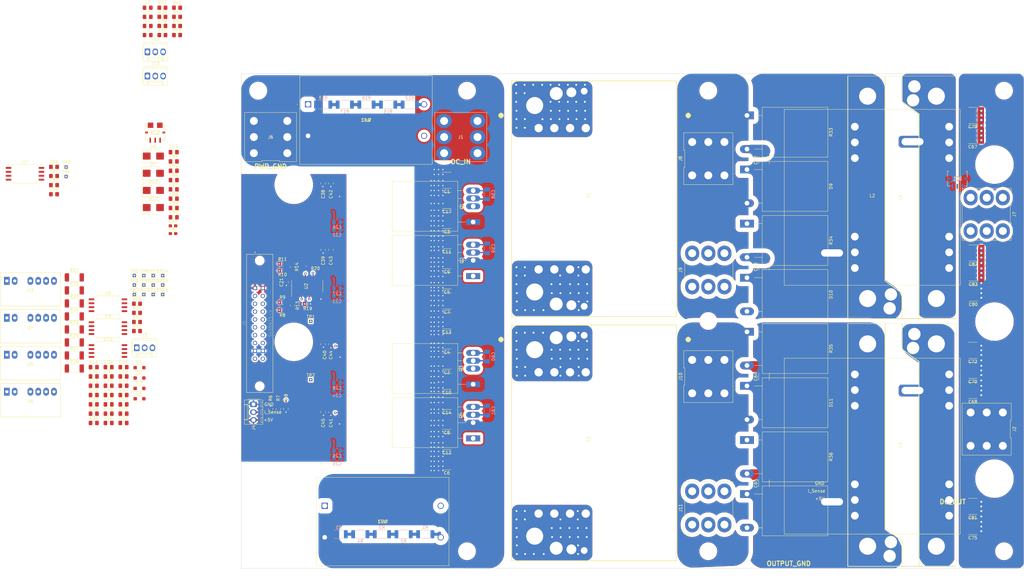
<source format=kicad_pcb>
(kicad_pcb (version 20221018) (generator pcbnew)
  (layers (0 "F.Cu" signal) (1 "In1.Cu" signal) (2 "In2.Cu" signal) (31 "B.Cu" signal) (34 "B.Paste" user) (35 "F.Paste" user) (36 "B.SilkS" user "B.Silkscreen") (37 "F.SilkS" user "F.Silkscreen") (38 "B.Mask" user) (39 "F.Mask" user) (44 "Edge.Cuts" user))
  (net 0 "")
  (net 1 "DC_IN")
  (net 2 "GNDPWR")
  (net 3 "GND")
  (net 4 "+5V")
  (net 5 "+24V")
  (net 6 "+18V_TOP_T1")
  (net 7 "KELV_TOP_T1")
  (net 8 "+18V_BOT_T1")
  (net 9 "KELV_BOT_T1")
  (net 10 "OUTPUT_GND")
  (net 11 "SO2")
  (net 12 "GATE_TOP_T1")
  (net 13 "I_Sense_1")
  (net 14 "GATE_BOT_T1")
  (net 15 "Net-(Q1-G)")
  (net 16 "Net-(Q2-G)")
  (net 17 "T1_OUT")
  (net 18 "+18V_TOP_T2")
  (net 19 "+72V_OUT")
  (net 20 "1_HI")
  (net 21 "1_LO")
  (net 23 "Vin_SENSE")
  (net 24 "EN")
  (net 26 "2_LO")
  (net 27 "2_HI")
  (net 29 "Net-(R1-Pad2)")
  (net 30 "Net-(R2-Pad1)")
  (net 31 "Net-(R3-Pad2)")
  (net 32 "Net-(R4-Pad1)")
  (net 33 "IN+_TOP_T2")
  (net 34 "IN+_BOT_T2")
  (net 35 "IN+_TOP_T1")
  (net 36 "IN+_BOT_T1")
  (net 37 "L2")
  (net 38 "H2")
  (net 39 "L1")
  (net 40 "H1")
  (net 41 "Net-(Q3-G)")
  (net 42 "Net-(Q4-G)")
  (net 43 "Net-(C64-Pad2)")
  (net 44 "Net-(C65-Pad2)")
  (net 45 "Net-(R16-Pad2)")
  (net 46 "Net-(R17-Pad1)")
  (net 47 "Net-(D10-K)")
  (net 48 "T2_OUT")
  (net 52 "Net-(R12-Pad2)")
  (net 53 "Net-(R15-Pad1)")
  (net 54 "I_Sense_MyRio")
  (net 55 "KELV_TOP_T2")
  (net 56 "+18V_BOT_T2")
  (net 57 "KELV_BOT_T2")
  (net 58 "GATE_TOP_T2")
  (net 59 "GATE_BOT_T2")
  (net 60 "CLAMP_TOP_T1")
  (net 61 "CLAMP_BOT_T1")
  (net 62 "CLAMP_TOP_T2")
  (net 63 "CLAMP_BOT_T2")
  (net 64 "Net-(D11-K)")
  (net 65 "Net-(U10-IN-)")
  (net 66 "Net-(C62-Pad2)")
  (net 67 "Net-(C63-Pad2)")
  (net 69 "Net-(U9-IN-)")
  (net 70 "Net-(U8-IN-)")
  (net 71 "Net-(U7-IN-)")
  (net 72 "SO1")
  (net 73 "I_Sense_2")
  (net 74 "Net-(C91-Pad1)")
  (net 75 "Net-(C91-Pad2)")
  (net 76 "Net-(C92-Pad1)")
  (net 77 "Net-(C92-Pad2)")
  (net 78 "Net-(D1-K)")
  (net 79 "Net-(D2-K)")
  (net 80 "Net-(D3-K)")
  (net 81 "Net-(D4-K)")
  (net 82 "Net-(D5-A)")
  (net 83 "Net-(D7-A)")
  (net 84 "Net-(D13-K)")
  (net 85 "Net-(D14-K)")
  (net 86 "Net-(IC1-VOUT)")
  (net 89 "Net-(IC2-VOUT)")
  (net 92 "+72V_1")
  (net 93 "+72V_2")
  (net 94 "Net-(U2-~{EN})")
  (footprint "Capacitor_SMD:C_2220_5650Metric_Pad1.97x5.40mm_HandSolder" (layer "F.Cu") (at 313.5 154.5 180)
    (fp_text reference "C70")
    (fp_text value "22201C106KAT2A")
  )
  (footprint "TestPoint:TestPoint_THTPad_1.0x1.0mm_Drill0.5mm" (layer "F.Cu") (at 51.6225 123.82)
    (fp_text reference "TP14")
    (fp_text value "PWM")
  )
  (footprint "RPS Footprints:TO-247-2_Horizontal_TabDown_NoHole" (layer "F.Cu") (at 240.5 177 -90)
    (fp_text reference "R36")
    (fp_text value "R")
  )
  (footprint "Capacitor_SMD:C_0805_2012Metric_Pad1.18x1.45mm_HandSolder" (layer "F.Cu") (at 55.195 92.915)
    (fp_text reference "C86")
    (fp_text value "100pF")
  )
  (footprint "Inductor_SMD:L_0805_2012Metric_Pad1.15x1.40mm_HandSolder" (layer "F.Cu") (at 46.775 43.055)
    (fp_text reference "L5")
    (fp_text value "1uH")
  )
  (footprint "Resistor_SMD:R_0805_2012Metric_Pad1.20x1.40mm_HandSolder" (layer "F.Cu") (at 16.5 91.6)
    (fp_text reference "FB2")
    (fp_text value "180ohm 100MHZ")
  )
  (footprint "Capacitor_SMD:C_0805_2012Metric_Pad1.18x1.45mm_HandSolder" (layer "F.Cu") (at 55.195 98.935)
    (fp_text reference "C88")
    (fp_text value ".1uf")
  )
  (footprint "Diode_SMD:D_SMB" (layer "F.Cu") (at 48.62 96.255)
    (fp_text reference "D13")
    (fp_text value "STTH212U")
  )
  (footprint "TestPoint:TestPoint_THTPad_1.0x1.0mm_Drill0.5mm" (layer "F.Cu") (at 48.5725 129.92)
    (fp_text reference "TP13")
    (fp_text value "PWM")
  )
  (footprint "Capacitor_SMD:C_0805_2012Metric_Pad1.18x1.45mm_HandSolder" (layer "F.Cu") (at 38.9625 153.44)
    (fp_text reference "C51")
    (fp_text value "1uf")
  )
  (footprint "Capacitor_SMD:C_1812_4532Metric_Pad1.57x3.40mm_HandSolder" (layer "F.Cu") (at 246 121 90)
    (fp_text reference "C63")
    (fp_text value "18121A472JAT2A")
  )
  (footprint "MountingHole:MountingHole_5.3mm_M5_DIN965" (layer "F.Cu") (at 323.6 213)
    (fp_text reference "H4")
    (fp_text value "MountingHole")
  )
  (footprint "Resistor_SMD:R_0805_2012Metric_Pad1.20x1.40mm_HandSolder" (layer "F.Cu") (at 56.275 46.005)
    (fp_text reference "R44")
    (fp_text value "100R")
  )
  (footprint "Capacitor_SMD:C_0805_2012Metric_Pad1.18x1.45mm_HandSolder" (layer "F.Cu") (at 29.3425 165.48)
    (fp_text reference "C33")
    (fp_text value "1uf")
  )
  (footprint "MountingHole:MountingHole_5.3mm_M5_DIN965" (layer "F.Cu") (at 228 64)
    (fp_text reference "H8")
    (fp_text value "MountingHole")
  )
  (footprint "Capacitor_SMD:C_2220_5650Metric_Pad1.97x5.40mm_HandSolder" (layer "F.Cu") (at 313.6375 116.5 180)
    (fp_text reference "C82")
    (fp_text value "22201C106KAT2A")
  )
  (footprint "RPS Footprints:Screw_Terminal_7808" (layer "F.Cu") (at 228 122)
    (fp_text reference "J9")
    (fp_text value "Screw_Terminal_01x01")
  )
  (footprint "RPS Footprints:Screw_Terminal_7808" (layer "F.Cu") (at 228 86)
    (fp_text reference "J8")
    (fp_text value "Screw_Terminal_01x01")
  )
  (footprint "Capacitor_SMD:C_2220_5650Metric_Pad1.97x5.40mm_HandSolder" (layer "F.Cu") (at 143.5 119 180)
    (fp_text reference "C9")
    (fp_text value "C")
  )
  (footprint "Capacitor_SMD:C_2220_5650Metric_Pad1.97x5.40mm_HandSolder" (layer "F.Cu") (at 143.5 99.5 180)
    (fp_text reference "C17")
    (fp_text value "C")
  )
  (footprint "Capacitor_SMD:C_2220_5650Metric_Pad1.97x5.40mm_HandSolder" (layer "F.Cu") (at 313.6375 129.5 180)
    (fp_text reference "C80")
    (fp_text value "22201C106KAT2A")
  )
  (footprint "RPS Footprints:SIP-7 (pins 1, 2, 4,5, 6, 7)" (layer "F.Cu") (at 8.8625 128.08)
    (fp_text reference "U3")
    (fp_text value "AM2D-2418SZ")
  )
  (footprint "Capacitor_SMD:C_2220_5650Metric_Pad1.97x5.40mm_HandSolder" (layer "F.Cu") (at 143.5 132 180)
    (fp_text reference "C7")
    (fp_text value "C")
  )
  (footprint "RPS Footprints:SIP-7 (pins 1, 2, 4,5, 6, 7)" (layer "F.Cu") (at 8.8625 151.98)
    (fp_text reference "U5")
    (fp_text value "AM2D-2418SZ")
  )
  (footprint "MountingHole:MountingHole_5.3mm_M5_DIN965" (layer "F.Cu") (at 82.5 64)
    (fp_text reference "H1")
    (fp_text value "MountingHole")
  )
  (footprint "RPS Footprints:Screw_Terminal_7808" (layer "F.Cu") (at 148 79 90)
    (fp_text reference "J1")
    (fp_text value "Screw_Terminal_01x01")
  )
  (footprint "MountingHole:MountingHole_5.3mm_M5_DIN965" (layer "F.Cu") (at 150 213)
    (fp_text reference "H12")
    (fp_text value "MountingHole")
  )
  (footprint "Resistor_SMD:R_2010_5025Metric_Pad1.40x2.65mm_HandSolder" (layer "F.Cu") (at 23.0625 145.45)
    (fp_text reference "R26")
    (fp_text value "5")
  )
  (footprint "Capacitor_SMD:C_2220_5650Metric_Pad1.97x5.40mm_HandSolder" (layer "F.Cu") (at 313.5 72 180)
    (fp_text reference "C79")
    (fp_text value "22201C106KAT2A")
  )
  (footprint "Resistor_SMD:R_0805_2012Metric_Pad1.20x1.40mm_HandSolder" (layer "F.Cu") (at 90.35 120 180)
    (fp_text reference "R10")
    (fp_text value "5k")
  )
  (footprint "Capacitor_SMD:C_0805_2012Metric_Pad1.18x1.45mm_HandSolder" (layer "F.Cu") (at 103.5 115.5 -90)
    (fp_text reference "C39")
    (fp_text value "1uf")
  )
  (footprint "Capacitor_SMD:C_0805_2012Metric_Pad1.18x1.45mm_HandSolder" (layer "F.Cu") (at 34.1525 153.44)
    (fp_text reference "C36")
    (fp_text value "4.7uf")
  )
  (footprint "Capacitor_SMD:C_0805_2012Metric_Pad1.18x1.45mm_HandSolder" (layer "F.Cu") (at 34.1525 168.49)
    (fp_text reference "C49")
    (fp_text value "10uf")
  )
  (footprint "TestPoint:TestPoint_THTPad_1.0x1.0mm_Drill0.5mm" (layer "F.Cu") (at 20.4 88.7)
    (fp_text reference "TP3")
    (fp_text value "IN+")
  )
  (footprint "RPS Footprints:SOIC-8_7.5x5.85mm_P1.27mm" (layer "F.Cu") (at 33.9425 148.23)
    (fp_text reference "U10")
    (fp_text value "STGAP2SICSC")
  )
  (footprint "Capacitor_SMD:C_0805_2012Metric_Pad1.18x1.45mm_HandSolder" (layer "F.Cu") (at 106 115.5 -90)
    (fp_text reference "C43")
    (fp_text value "0.1uf")
  )
  (footprint "Resistor_SMD:R_0805_2012Metric_Pad1.20x1.40mm_HandSolder" (layer "F.Cu") (at 93.6 133.5 -90)
    (fp_text reference "R13")
    (fp_text value "10k")
  )
  (footprint "Resistor_SMD:R_0805_2012Metric_Pad1.20x1.40mm_HandSolder" (layer "F.Cu") (at 90.35 132.5)
    (fp_text reference "R9")
    (fp_text value "5k")
  )
  (footprint "Capacitor_SMD:C_0805_2012Metric_Pad1.18x1.45mm_HandSolder" (layer "F.Cu") (at 38.9625 168.49)
    (fp_text reference "C56")
    (fp_text value "0.1uf")
  )
  (footprint "Capacitor_SMD:C_2220_5650Metric_Pad1.97x5.40mm_HandSolder" (layer "F.Cu") (at 143.5 125.5 180)
    (fp_text reference "C5")
    (fp_text value "C")
  )
  (footprint "RPS Footprints:TO-247-2_Horizontal_TabDown_NoHole" (layer "F.Cu") (at 240.5 194.5 -90)
    (fp_text reference "D12" hide)
    (fp_text value "APT30S20BG")
  )
  (footprint "Capacitor_SMD:C_0805_2012Metric_Pad1.18x1.45mm_HandSolder" (layer "F.Cu") (at 103.5 168 -90)
    (fp_text reference "C45")
    (fp_text value "0.1uf")
  )
  (footprint "TestPoint:TestPoint_THTPad_1.0x1.0mm_Drill0.5mm" (layer "F.Cu") (at 42.4725 126.87)
    (fp_text reference "TP6")
    (fp_text value "+15H1")
  )
  (footprint "TestPoint:TestPoint_THTPad_1.0x1.0mm_Drill0.5mm" (layer "F.Cu") (at 48.5725 123.82)
    (fp_text reference "TP11")
    (fp_text value "-5H1")
  )
  (footprint "Capacitor_SMD:C_2220_5650Metric_Pad1.97x5.40mm_HandSolder" (layer "F.Cu") (at 313.6375 123 180)
    (fp_text reference "C83")
    (fp_text value "22201C106KAT2A")
  )
  (footprint "TestPoint:TestPoint_THTPad_1.0x1.0mm_Drill0.5mm" (layer "F.Cu") (at 51.6225 126.87)
    (fp_text reference "TP15")
    (fp_text value "PWM")
  )
  (footprint "Capacitor_SMD:C_2220_5650Metric_Pad1.97x5.40mm_HandSolder" (layer "F.Cu") (at 143.5 171 180)
    (fp_text reference "C8")
    (fp_text value "C")
  )
  (footprint "TestPoint:TestPoint_THTPad_1.0x1.0mm_Drill0.5mm" (layer "F.Cu") (at 45.5225 129.92)
    (fp_text reference "TP10")
    (fp_text value "-5H1")
  )
  (footprint "Capacitor_SMD:C_0805_2012Metric_Pad1.18x1.45mm_HandSolder" (layer "F.Cu") (at 34.1525 156.45)
    (fp_text reference "C37")
    (fp_text value "4.7uf")
  )
  (footprint "RPS Footprints:SOIC-8_7.5x5.85mm_P1.27mm" (layer "F.Cu") (at 33.9425 140.82)
    (fp_text reference "U9")
    (fp_text value "STGAP2SICSC")
  )
  (footprint "TestPoint:TestPoint_THTPad_1.0x1.0mm_Drill0.5mm" (layer "F.Cu") (at 45.5225 123.82)
    (fp_text reference "TP8")
    (fp_text value "+15H1")
  )
  (footprint "Capacitor_SMD:C_2220_5650Metric_Pad1.97x5.40mm_HandSolder" (layer "F.Cu") (at 143.5 184 180)
    (fp_text reference "C6")
    (fp_text value "C")
  )
  (footprint "RPS Footprints:TO-247-4_Horizontal_TabDown_NoHole" (layer "F.Cu") (at 151.99 106.48 90)
    (fp_text reference "Q1")
    (fp_text value "UJ4C075018K4S")
  )
  (footprint "Resistor_SMD:R_0805_2012Metric_Pad1.20x1.40mm_HandSolder" (layer "F.Cu") (at 51.525 37.155)
    (fp_text reference "R37")
    (fp_text value "~500")
  )
  (footprint "TestPoint:TestPoint_THTPad_1.0x1.0mm_Drill0.5mm" (layer "F.Cu") (at 20.4 91.75)
    (fp_text reference "TP4")
    (fp_text value "IN+")
  )
  (footprint "RPS Footprints:TO-247-2_Horizontal_TabDown_NoHole" (layer "F.Cu") (at 240.5 72 -90)
    (fp_text reference "R33")
    (fp_text value "R")
  )
  (footprint "Resistor_SMD:R_0805_2012Metric_Pad1.20x1.40mm_HandSolder" (layer "F.Cu") (at 51.525 43.055)
    (fp_text reference "R39")
    (fp_text value "~500")
  )
  (footprint "Capacitor_SMD:C_1812_4532Metric_Pad1.57x3.40mm_HandSolder" (layer "F.Cu") (at 246 156.5 90)
    (fp_text reference "C64")
    (fp_text value "18121A472JAT2A")
  )
  (footprint "Capacitor_SMD:C_0805_2012Metric_Pad1.18x1.45mm_HandSolder" (layer "F.Cu") (at 91.5 167 -90)
    (fp_text reference "C18")
    (fp_text value "3.9uf")
  )
  (footprint "Capacitor_SMD:C_0805_2012Metric_Pad1.18x1.45mm_HandSolder" (layer "F.Cu") (at 55.195 86.895)
    (fp_text reference "C84")
    (fp_text value "100pF")
  )
  (footprint "RPS Footprints:MountingHole_12mm_M5_SpringClamp" (layer "F.Cu") (at 320.5 189.5002)
    (fp_text reference "H13")
    (fp_text value "MountingHole")
  )
  (footprint "Capacitor_SMD:C_2220_5650Metric_Pad1.97x5.40mm_HandSolder" (layer "F.Cu") (at 143.5 145 180)
    (fp_text reference "C4")
    (fp_text value "C")
  )
  (footprint "Capacitor_SMD:C_2220_5650Metric_Pad1.97x5.40mm_HandSolder" (layer "F.Cu") (at 313.5 198.5 180)
    (fp_text reference "C81")
    (fp_text value "22201C106KAT2A")
  )
  (footprint "Diode_SMD:D_SOD-123F" (layer "F.Cu") (at 44.1375 153.61)
    (fp_text reference "D1")
    (fp_text value "D_Small")
  )
  (footprint "Capacitor_SMD:C_0805_2012Metric_Pad1.18x1.45mm_HandSolder" (layer "F.Cu") (at 38.9625 156.45)
    (fp_text reference "C52")
    (fp_text value "1uf")
  )
  (footprint "Capacitor_SMD:C_2220_5650Metric_Pad1.97x5.40mm_HandSolder" (layer "F.Cu") (at 143.5 112.5 180)
    (fp_text reference "C11")
    (fp_text value "C")
  )
  (footprint "TestPoint:TestPoint_THTPad_1.0x1.0mm_Drill0.5mm" (layer "F.Cu") (at 48.5725 126.87)
    (fp_text reference "TP12")
    (fp_text value "-5H1")
  )
  (footprint "RPS Footprints:SOIC-8_7.5x5.85mm_P1.27mm" (layer "F.Cu") (at 33.9425 133.41)
    (fp_text reference "U8")
    (fp_text value "STGAP2SICSC")
  )
  (footprint "Capacitor_SMD:C_0805_2012Metric_Pad1.18x1.45mm_HandSolder" (layer "F.Cu") (at 103.5 146 -90)
    (fp_text reference "C40")
    (fp_text value "1uf")
  )
  (footprint "Resistor_SMD:R_0805_2012Metric_Pad1.20x1.40mm_HandSolder" (layer "F.Cu") (at 86.5 167 -90)
    (fp_text reference "R6")
    (fp_text value "10k")
  )
  (footprint "Capacitor_SMD:C_0805_2012Metric_Pad1.18x1.45mm_HandSolder" (layer "F.Cu") (at 29.3425 159.46)
    (fp_text reference "C31")
    (fp_text value "1uf")
  )
  (footprint "Capacitor_SMD:C_2220_5650Metric_Pad1.97x5.40mm_HandSolder" (layer "F.Cu") (at 313.5 161 180)
    (fp_text reference "C68")
    (fp_text value "22201C106KAT2A")
  )
  (footprint "Resistor_SMD:R_0805_2012Metric_Pad1.20x1.40mm_HandSolder" (layer "F.Cu") (at 43.3225 138.82)
    (fp_text reference "R31")
    (fp_text value "10k")
  )
  (footprint "Capacitor_SMD:C_1812_4532Metric_Pad1.57x3.40mm_HandSolder" (layer "F.Cu") (at 246 191 90)
    (fp_text reference "C65")
    (fp_text value "18121A472JAT2A")
  )
  (footprint "Capacitor_SMD:C_0805_2012Metric_Pad1.18x1.45mm_HandSolder" (layer "F.Cu") (at 55.195 83.885)
    (fp_text reference "C15")
    (fp_text value ".1uf")
  )
  (footprint "Resistor_SMD:R_0805_2012Metric_Pad1.20x1.40mm_HandSolder" (layer "F.Cu") (at 43.3225 141.77)
    (fp_text reference "R32")
    (fp_text value "10k")
  )
  (footprint "Capacitor_SMD:C_0805_2012Metric_Pad1.18x1.45mm_HandSolder" (layer "F.Cu") (at 34.1525 171.5)
    (fp_text reference "C50")
    (fp_text value "1uf")
  )
  (footprint "RPS Footprints:C4AEOBW5140A3JJ" (layer "F.Cu") (at 98.623099 68.4)
    (fp_text reference "C19")
    (fp_text value "14uf")
  )
  (footprint "TestPoint:TestPoint_THTPad_1.0x1.0mm_Drill0.5mm" (layer "F.Cu") (at 42.4725 129.92)
    (fp_text reference "TP7")
    (fp_text value "+15H1")
  )
  (footprint "Resistor_SMD:R_0805_2012Metric_Pad1.20x1.40mm_HandSolder" (layer "F.Cu") (at 16.5 97.5)
    (fp_text reference "FB4")
    (fp_text value "180ohm 100MHZ")
  )
  (footprint "Resistor_SMD:R_2010_5025Metric_Pad1.40x2.65mm_HandSolder" (layer "F.Cu") (at 23.0625 128.61)
    (fp_text reference "R22")
    (fp_text value "5")
  )
  (footprint "RPS Footprints:C4AEOBW5140A3JJ" (layer "F.Cu") (at 103.999997 198.3)
    (fp_text reference "C20")
    (fp_text value "14uf")
  )
  (footprint "Capacitor_SMD:C_0805_2012Metric_Pad1.18x1.45mm_HandSolder" (layer "F.Cu") (at 38.9625 171.5)
    (fp_text reference "C57")
    (fp_text value "0.1uf")
  )
  (footprint "RPS Footprints:ETD49 Core MB" (layer "F.Cu") (at 290.8365 98.5 90)
    (fp_text reference "L1")
    (fp_text value "26uH")
    (fp_line (start -39.25 17.25) (end -39.25 -17.75) (stroke (width 0.12)) (layer "Edge.Cuts"))
  )
  (footprint "Resistor_SMD:R_0805_2012Metric_Pad1.20x1.40mm_HandSolder" (layer "F.Cu") (at 51.525 40.105)
    (fp_text reference "R38")
    (fp_text value "~500")
  )
  (footprint "RPS Footprints:MountingHole_12mm_M5_SpringClamp" (layer "F.Cu") (at 320.5 138.7002)
    (fp_text reference locked "H5")
    (fp_text value "MountingHole")
  )
  (footprint "TestPoint:TestPoint_THTPad_1.0x1.0mm_Drill0.5mm" (layer "F.Cu") (at 45.5225 126.87)
    (fp_text reference "TP9")
    (fp_text value "-5H1")
  )
  (footprint "Capacitor_SMD:C_0805_2012Metric_Pad1.18x1.45mm_HandSolder" (layer "F.Cu") (at 38.9625 165.48)
    (fp_text reference "C55")
    (fp_text value "0.1uf")
  )
  (footprint "Diode_SMD:D_SOD-123F" (layer "F.Cu") (at 44.1375 163.66)
    (fp_text reference "D4")
    (fp_text value "D_Small")
  )
  (footprint "Diode_SMD:D_SMB" (layer "F.Cu") (at 48.62 85.155)
    (fp_text reference "D5")
    (fp_text value "STTH212U")
  )
  (footprint "RPS Footprints:CWS-1HW-12203" (layer "F.Cu") (at 281 179 180)
    (fp_text reference "L2" hide)
    (fp_text value "26uH")
  )
  (footprint "Diode_SMD:D_SOD-123F" (layer "F.Cu") (at 44.1375 160.31)
    (fp_text reference "D3")
    (fp_text value "D_Small")
  )
  (footprint "Capacitor_SMD:C_2220_5650Metric_Pad1.97x5.40mm_HandSolder" (layer "F.Cu") (at 313.5 78.5 180)
    (fp_text reference "C67")
    (fp_text value "22201C106KAT2A")
  )
  (footprint "Resistor_SMD:R_0805_2012Metric_Pad1.20x1.40mm_HandSolder" (layer "F.Cu") (at 56.275 43.055)
    (fp_text reference "R43")
    (fp_text value "10k")
  )
  (footprint "Inductor_SMD:L_0805_2012Metric_Pad1.15x1.40mm_HandSolder" (layer "F.Cu") (at 46.775 46.005)
    (fp_text reference "L6")
    (fp_text value "1uH")
  )
  (footprint "Inductor_SMD:L_0805_2012Metric_Pad1.15x1.40mm_HandSolder" (layer "F.Cu") (at 46.775 40.105)
    (fp_text reference "L4")
    (fp_text value "1uH")
  )
  (footprint "Resistor_SMD:R_2010_5025Metric_Pad1.40x2.65mm_HandSolder" (layer "F.Cu") (at 23.0625 124.4)
    (fp_text reference "R21")
    (fp_text value "1")
  )
  (footprint "Connector_Molex:Molex_KK-254_AE-6410-03A_1x03_P2.54mm_Vertical" (layer "F.Cu") (at 43.2425 147.19)
    (fp_text reference "J3")
    (fp_text value "I_Sense_R")
  )
  (footprint "RPS Footprints:TO-247-4_Horizontal_TabDown_NoHole" (layer "F.Cu") (at 151.99 158.98 90)
    (fp_text reference "Q3")
    (fp_text value "UJ4C075018K4S")
  )
  (footprint "Capacitor_SMD:C_0805_2012Metric_Pad1.18x1.45mm_HandSolder" (layer "F.Cu") (at 38.9625 159.46)
    (fp_text reference "C53")
    (fp_text value "1uf")
  )
  (footprint "RPS Footprints:Screw_Terminal_7808" (layer "F.Cu") (at 228 156.5)
    (fp_text reference "J10")
    (fp_text value "Screw_Terminal_01x01")
  )
  (footprint "Connector_Molex:Molex_KK-254_AE-6410-03A_1x03_P2.54mm_Vertical" (layer "F.Cu") (at 46.695 51.425)
    (fp_text reference "J12")
    (fp_text value "I_Sense_R")
  )
  (footprint "Resistor_SMD:R_0805_2012Metric_Pad1.20x1.40mm_HandSolder" (layer "F.Cu") (at 93.6 121 90)
    (fp_text reference "R14")
    (fp_text value "10k")
  )
  (footprint "Resistor_SMD:R_0805_2012Metric_Pad1.20x1.40mm_HandSolder" (layer "F.Cu") (at 51.525 46.005)
    (fp_text reference "R40")
    (fp_text value "~500")
  )
  (footprint "Resistor_SMD:R_0805_2012Metric_Pad1.20x1.40mm_HandSolder" (layer "F.Cu") (at 98 121.5 180)
    (fp_text reference "R20")
    (fp_text value "10k")
  )
  (footprint "MountingHole:MountingHole_5.3mm_M5_DIN965" (layer "F.Cu") (at 323.6 64)
    (fp_text reference "H3")
    (fp_text value "MountingHole")
  )
  (footprint "Capacitor_SMD:C_0805_2012Metric_Pad1.18x1.45mm_HandSolder" (layer "F.Cu") (at 106 168 -90)
    (fp_text reference "C41")
    (fp_text value "1uf")
  )
  (footprint "RPS Footprints:MountingHole_12mm_M5_SpringClamp" (layer "F.Cu") (at 94 145.2502)
    (fp_text reference "H15")
    (fp_text value "MountingHole")
  )
  (footprint "Capacitor_SMD:C_0603_1608Metric_Pad1.08x0.95mm_HandSolder" (layer "F.Cu") (at 54.965 107.715)
    (fp_text reference "C91")
    (fp_text value "56pF")
  )
  (footprint "RPS Footprints:TO-247-2_Horizontal_TabDown_NoHole" (layer "F.Cu") (at 240.5 124.5 -90)
    (fp_text reference "D10")
    (fp_text value "APT30S20BG")
  )
  (footprint "Capacitor_SMD:C_0805_2012Metric_Pad1.18x1.45mm_HandSolder" (layer "F.Cu") (at 38.9625 162.47)
    (fp_text reference "C54")
    (fp_text value "0.1uf")
  )
  (footprint "RPS Footprints:SIP-7 (pins 1, 2, 4,5, 6, 7)" (layer "F.Cu") (at 8.8625 163.93)
    (fp_text reference "U6")
    (fp_text value "AM2D-2418SZ")
  )
  (footprint "Capacitor_SMD:C_0805_2012Metric_Pad1.18x1.45mm_HandSolder" (layer "F.Cu") (at 106 146 -90)
    (fp_text reference "C44")
    (fp_text value "0.1uf")
  )
  (footprint "TestPoint:TestPoint_THTPad_1.0x1.0mm_Drill0.5mm" (layer "F.Cu") (at 99.5 138.6)
    (fp_text reference "TP1")
    (fp_text value "IN+")
  )
  (footprint "Resistor_SMD:R_0805_2012Metric_Pad1.20x1.40mm_HandSolder" (layer "F.Cu") (at 98.5 133)
    (fp_text reference "R19")
    (fp_text value "10k")
  )
  (footprint "RPS Footprints:E65 Core Main Board" (layer "F.Cu") (at 164.3925 216.0625 90)
    (fp_text reference "T2")
    (fp_text value "Transformer_1P_1S")
  )
  (footprint "Inductor_SMD:L_0805_2012Metric_Pad1.15x1.40mm_HandSolder" (layer "F.Cu") (at 46.775 37.155)
    (fp_text reference "L3")
    (fp_text value "1uH")
  )
  (footprint "RPS Footprints:TO-247-4_Horizontal_TabDown_NoHole" (layer "F.Cu") (at 151.99 123.98 90)
    (fp_text reference "Q2")
    (fp_text value "UJ4C075018K4S")
  )
  (footprint "RPS Footprints:CWS-1HW-12203" (layer "F.Cu") (at 281 98.5 180)
    (fp_text reference "L2")
    (fp_text value "26uH")
  )
  (footprint "RPS Footprints:Screw_Terminal_7808" (layer "F.Cu") (at 228 199)
    (fp_text reference "J11")
    (fp_text value "Screw_Terminal_01x01")
  )
  (footprint "RPS Footprints:TO-247-4_Horizontal_TabDown_NoHole" (layer "F.Cu") (at 151.99 176.48 90)
    (fp_text reference "Q4")
    (fp_text value "UJ4C075018K4S")
  )
  (footprint "Connector_Molex:Molex_KK-254_AE-6410-03A_1x03_P2.54mm_Vertical" (layer "F.Cu") (at 46.695 59.275)
    (fp_text reference "J13")
    (fp_text value "I_Sense_R")
  )
  (footprint "Capacitor_SMD:C_2220_5650Metric_Pad1.97x5.40mm_HandSolder" (layer "F.Cu") (at 313.5 205 180)
    (fp_text reference "C75")
    (fp_text value "22201C106KAT2A")
  )
  (footprint "RPS Footprints:TO-247-2_Horizontal_TabDown_NoHole" (layer "F.Cu") (at 240.5 159.5 -90)
    (fp_text reference "D11")
    (fp_text value "APT30S20BG")
  )
  (footprint "Resistor_SMD:R_0805_2012Metric_Pad1.20x1.40mm_HandSolder" (layer "F.Cu") (at 43.3225 132.92)
    (fp_text reference "R29")
    (fp_text value "10k")
  )
  (footprint "RPS Footprints:TO-247-2_Horizontal_TabDown_NoHole" (layer "F.Cu") (at 240.5 89.5 -90)
    (fp_text reference "D9")
    (fp_text value "APT30S20BG")
  )
  (footprint "Capacitor_SMD:C_0805_2012Metric_Pad1.18x1.45mm_HandSolder" (layer "F.Cu") (at 55.195 89.905)
    (fp_text reference "C85")
    (fp_text value "100pF")
  )
  (footprint "Resistor_SMD:R_0805_2012Metric_Pad1.20x1.40mm_HandSolder" (layer "F.Cu") (at 56.275 37.155)
    (fp_text reference "R41")
    (fp_text value "~500")
  )
  (footprint "Capacitor_SMD:C_2220_5650Metric_Pad1.97x5.40mm_HandSolder" (layer "F.Cu") (at 143.5 106 180)
    (fp_text reference "C3")
    (fp_text value "C")
  )
  (footprint "Capacitor_SMD:C_2220_5650Metric_Pad1.97x5.40mm_HandSolder" (layer "F.Cu") (at 143.5 177.5 180)
    (fp_text reference "C12")
    (fp_text value "C")
  )
  (footprint "Capacitor_SMD:C_0805_2012Metric_Pad1.18x1.45mm_HandSolder" (layer "F.Cu") (at 55.195 95.925)
    (fp_text reference "C87")
    (fp_text value "100pF")
  )
  (footprint "RPS Footprints:Screw_Terminal_7808" (layer "F.Cu") (at 318 104 180)
    (fp_text reference "J7")
    (fp_text value "Screw_Terminal_01x01")
  )
  (footprint "Capacitor_SMD:C_0805_2012Metric_Pad1.18x1.45mm_HandSolder" (layer "F.Cu") (at 55.195 101.945)
    (fp_text reference "C89")
    (fp_text value ".1uf")
  )
  (footprint "RPS Footprints:Screw_Terminal_7808" (layer "F.Cu") (at 86.5 79 90)
    (fp_text reference "J6")
    (fp_text value "Screw_Terminal_01x01")
  )
  (footprint "RPS Footprints:TO-247-2_Horizontal_TabDown_NoHole" (layer "F.Cu") (at 240.5 142 -90)
    (fp_text reference "R35")
    (fp_text value "R")
  )
  (footprint "Capacitor_SMD:C_0805_2012Metric_Pad1.18x1.45mm_HandSolder" (layer "F.Cu") (at 29.3425 153.44)
    (fp_text reference "C16")
    (fp_text value ".1uf")
  )
  (footprint "RPS Footprints:MountingHole_12mm_M5_SpringClamp" (layer "F.Cu") (at 94 196.0502)
    (fp_text reference "H7")
    (fp_text value "MountingHole")
  )
  (footprint "Capacitor_SMD:C_0805_2012Metric_Pad1.18x1.45mm_HandSolder" (layer "F.Cu") (at 29.3425 168.49)
    (fp_text reference "C34")
    (fp_text value "4.7uf")
  )
  (footprint "Capacitor_SMD:C_2220_5650Metric_Pad1.97x5.40mm_HandSolder" (layer "F.Cu") (at 313.5 148 180)
    (fp_text reference "C72")
    (fp_text value "22201C106KAT2A")
  )
  (footprint "TestPoint:TestPoint_THTPad_1.0x1.0mm_Drill0.5mm" (layer "F.Cu") (at 42.4725 123.82)
    (fp_text reference "TP5")
    (fp_text value "+15H1")
  )
  (footprint "Diode_SMD:D_SOD-123F" (layer "F.Cu") (at 44.1375 156.96)
    (fp_text reference "D2")
    (fp_text value "D_Small")
  )
  (footprint "Capacitor_SMD:C_2220_5650Metric_Pad1.97x5.40mm_HandSolder" (layer "F.Cu") (at 143.5 158 180)
    (fp_text reference "C10")
    (fp_text value "C")
  )
  (footprint "Diode_SMD:D_SMB" (layer "F.Cu") (at 48.62 90.705)
    (fp_text reference "D7")
    (fp_text value "STTH212U")
  )
  (footprint "Package_SO:SOIC-16_3.9x9.9mm_P1.27mm" (layer "F.Cu") (at 98.35 127.25 90)
    (fp_text reference "U2")
    (fp_text value "SN65LBC173D")
  )
  (footprint "RPS Footprints:TE_5499923-4" (layer "F.Cu") (at 81.465 127.8575 -90)
    (fp_text reference "J5")
    (fp_text value "5499923-4")
  )
  (footprint "RPS Footprints:MountingHole_12mm_M5_SpringClamp" (layer "F.Cu") (at 320.5 87.9002)
    (fp_text reference "H6")
    (fp_text value "MountingHole")
  )
  (footprint "Capacitor_SMD:C_0805_2012Metric_Pad1.18x1.45mm_HandSolder" (layer "F.Cu") (at 29.3425 171.5)
    (fp_text reference "C35")
    (fp_text value "4.7uf")
  )
  (footprint "Connector_Molex:Molex_KK-254_AE-6410-03A_1x03_P2.54mm_Vertical" (layer "F.Cu") (at 80.98 165.46 -90)
    (fp_text reference "J4")
    (fp_text value "I_Sense_R")
  )
  (footprint "Diode_SMD:D_SMB" (layer "F.Cu") (at 48.62 101.805)
    (fp_text reference "D14")
    (fp_text value "STTH212U")
  )
  (footprint "Capacitor_SMD:C_0805_2012Metric_Pad1.18x1.45mm_HandSolder" (layer "F.Cu") (at 29.3425 156.45)
    (fp_text reference "C30")
    (fp_text value "1uf")
  )
  (footprint "Capacitor_SMD:C_0805_2012Metric_Pad1.18x1.45mm_HandSolder" (layer "F.Cu") (at 34.1525 165.48)
    (fp_text reference "C48")
    (fp_text value "10uf")
  )
  (footprint "TestPoint:TestPoint_THTPad_1.0x1.0mm_Drill0.5mm" (layer "F.Cu") (at 99.5 157.5)
    (fp_text reference "TP2")
    (fp_text value "IN+")
  )
  (footprint "Capacitor_SMD:C_2220_5650Metric_Pad1.97x5.40mm_HandSolder" (layer "F.Cu") (at 143.5 151.5 180)
    (fp_text reference "C2")
    (fp_text value "C")
  )
  (footprint "RPS Footprints:TO-247-2_Horizontal_TabDown_NoHole" (layer "F.Cu") (at 240.5 107 -90)
    (fp_text reference "R34")
    (fp_text value "R")
  )
  (footprint "Resistor_SMD:R_2010_5025Metric_Pad1.40x2.65mm_HandSolder" (layer "F.Cu") (at 23.0625 153.87)
    (fp_text reference "R28")
    (fp_text value "5")
  )
  (footprint "Resistor_SMD:R_0805_2012Metric_Pad1.20x1.40mm_HandSolder" (layer "F.Cu") (at 56.275 40.105)
    (fp_text reference "R42")
    (fp_text value "~500")
  )
  (footprint "Capacitor_SMD:C_0805_2012Metric_Pad1.18x1.45mm_HandSolder" (layer "F.Cu") (at 103.5 94 -90)
    (fp_text reference "C38")
    (fp_text value "1uf")
  )
  (footprint "Capacitor_SMD:C_2220_5650Metric_Pad1.97x5.40mm_HandSolder" (layer "F.Cu") (at 143.5 93 180)
    (fp_text reference "C1")
    (fp_text value "C")
  )
  (footprint "RPS Footprints:ETD49 Core MB" (layer "F.Cu") (at 290.8365 178.6275 90)
    (fp_text reference "L2")
    (fp_text value "26uH")
    (fp_line (start -39.25 17.25) (end -39.25 -17.75) (stroke (width 0.12)) (layer "Edge.Cuts"))
  )
  (footprint "RPS Footprints:SIP-7 (pins 1, 2, 4,5, 6, 7)" (layer "F.Cu") (at 8.8625 140.03)
    (fp_text reference "U4")
    (fp_text value "AM2D-2418SZ")
  )
  (footprint "RPS Footprints:SOIC-8_7.5x5.85mm_P1.27mm" (layer "F.Cu") (at 7.12 90.88)
    (fp_text reference "U7")
    (fp_text value "STGAP2SICSC")
  )
  (footprint "Resistor_SMD:R_0805_2012Metric_Pad1.20x1.40mm_HandSolder" (layer "F.Cu") (at 89 167 90)
    (fp_text reference "R7")
    (fp_text value "100R")
  )
  (footprint "Resistor_SMD:R_0805_2012Metric_Pad1.20x1.40mm_HandSolder" (layer "F.Cu") (at 43.3225 135.87)
    (fp_text reference "R30")
    (fp_text value "10k")
  )
  (footprint "RPS Footprints:MountingHole_12mm_M5_SpringClamp" (layer "F.Cu") (at 94 94.4502)
    (fp_text reference "H14")
    (fp_text value "MountingHole")
  )
  (footprint "Capacitor_SMD:C_0805_2012Metric_Pad1.18x1.45mm_HandSolder" (layer "F.Cu") (at 34.1525 159.46)
    (fp_text reference "C46")
    (fp_text value "10uf")
  )
  (footprint "Resistor_SMD:R_0805_2012Metric_Pad1.20x1.40mm_HandSolder" (layer "F.Cu") (at 16.5 88.65)
    (fp_text reference "FB1")
    (fp_text value "180ohm 100MHZ")
  )
  (footprint "Resistor_SMD:R_0805_2012Metric_Pad1.20x1.40mm_HandSolder" (layer "F.Cu") (at 16.5 94.55)
    (fp_text reference "FB3")
    (fp_text value "180ohm 100MHZ")
  )
  (footprint "Capacitor_SMD:C_2220_5650Metric_Pad1.97x5.40mm_HandSolder" (layer "F.Cu") (at 143.5 138.5 180)
    (fp_text reference "C13")
    (fp_text value "C")
  )
  (footprint "Resistor_SMD:R_2010_5025Metric_Pad1.40x2.65mm_HandSolder" (layer "F.Cu") (at 23.0625 137.03)
    (fp_text reference "R24")
    (fp_text value "5")
  )
  (footprint "MountingHole:MountingHole_5.3mm_M5_DIN965" (layer "F.Cu") (at 228 138.5)
    (fp_text reference "H9")
    (fp_text value "MountingHole")
  )
  (footprint "RPS Footprints:ACS780LLRTR050BT" (layer "F.Cu") (at 49.2 77.58)
    (fp_text reference "IC2")
    (fp_text value "ACS780LLRTR-050U-T" hide)
  )
  (footprint "Resistor_SMD:R_2010_5025Metric_Pad1.40x2.65mm_HandSolder" (layer "F.Cu") (at 23.0625 149.66)
    (fp_text reference "R27")
    (fp_text value "1")
  )
  (footprint "RPS Footprints:E65 Core Main Board" (layer "F.Cu") (at 164.3925 137.0625 90)
    (fp_text reference "T1")
    (fp_text value "Transformer_1P_1S")
  )
  (footprint "Capacitor_SMD:C_0603_1608Metric_Pad1.08x0.95mm_HandSolder" (layer "F.Cu") (at 54.965 110.225)
    (fp_text reference "C92")
    (fp_text value "56pF")
  )
  (footprint "Capacitor_SMD:C_0805_2012Metric_Pad1.18x1.45mm_HandSolder" (layer "F.Cu") (at 34.1525 162.47)
    (fp_text reference "C47")
    (fp_text value "10uf")
  )
  (footprint "MountingHole:MountingHole_5.3mm_M5_DIN965" (layer "F.Cu") (at 150 64)
    (fp_text reference "H11")
    (fp_text value "MountingHole")
  )
  (footprint "Resistor_SMD:R_2010_5025Metric_Pad1.40x2.65mm_HandSolder" (layer "F.Cu") (at 23.0625 132.82)
    (fp_text reference "R23")
    (fp_text value "1")
  )
  (footprint "Resistor_SMD:R_2010_5025Metric_Pad1.40x2.65mm_HandSolder" (layer "F.Cu") (at 23.0625 141.24)
    (fp_text reference "R25")
    (fp_text value "1")
  )
  (footprint "Capacitor_SMD:C_0805_2012Metric_Pad1.18x1.45mm_HandSolder" (layer "F.Cu") (at 106 94 -90)
    (fp_text reference "C42")
    (fp_text value "0.1uf")
  )
  (footprint "TestPoint:TestPoint_THTPad_1.0x1.0mm_Drill0.5mm" (layer "F.Cu") (at 51.6225 129.92)
    (fp_text reference "TP16")
    (fp_text value "PWM")
  )
  (footprint "Resistor_SMD:R_0805_2012Metric_Pad1.20x1.40mm_HandSolder" (layer "F.Cu") (at 90.35 122.25)
    (fp_text reference "R11")
    (fp_text value "5k")
  )
  (footprint "MountingHole:MountingHole_5.3mm_M5_DIN965" (layer "F.Cu") (at 82.5 213)
    (fp_text reference "H2")
    (fp_text value "MountingHole")
  )
  (footprint "MountingHole:MountingHole_5.3mm_M5_DIN965" (layer "F.Cu") (at 228 213)
    (fp_text reference "H10")
    (fp_text value "MountingHole")
  )
  (footprint "Capacitor_SMD:C_0805_2012Metric_Pad1.18x1.45mm_HandSolder" (layer "F.Cu") (at 91.5 126 -90)
    (fp_text reference "C21")
    (fp_text value "0.1uf")
  )
  (footprint "Resistor_SMD:R_0805_2012Metric_Pad1.20x1.40mm_HandSolder" (layer "F.Cu") (at 90.35 135 180)
    (fp_text reference "R8")
    (fp_text value "5k")
  )
  (footprint "Capacitor_SMD:C_0805_2012Metric_Pad1.18x1.45mm_HandSolder" (layer "F.Cu") (at 55.195 104.955)
    (fp_text reference "C90")
    (fp_text value "3.9uf")
  )
  (footprint "RPS Footprints:Screw_Terminal_7808" (layer "F.Cu") (at 318 173.5 180)
    (fp_text reference "J2")
    (fp_text value "Screw_Terminal_01x01")
  )
  (footprint "Capacitor_SMD:C_1812_4532Metric_Pad1.57x3.40mm_HandSolder" (layer "F.Cu") (at 246 86.5 90)
    (fp_text reference "C62")
    (fp_text value "18121A472JAT2A")
  )
  (footprint "Capacitor_SMD:C_0805_2012Metric_Pad1.18x1.45mm_HandSolder" (layer "F.Cu") (at 29.3425 162.47)
    (fp_text reference "C32")
    (fp_text value "1uf")
  )
  (footprint "Capacitor_SMD:C_2220_5650Metric_Pad1.97x5.40mm_HandSolder" (layer "F.Cu") (at 143.5 164.5 180)
    (fp_text reference "C14")
    (fp_text value "C")
  )
  (footprint "Capacitor_SMD:C_1206_3216Metric_Pad1.33x1.80mm_HandSolder" (layer "B.Cu") (at 156.5 97.5 -90)
    (fp_text reference "C58")
    (fp_text value "C")
  )
  (footprint "Capacitor_SMD:C_1206_3216Metric_Pad1.33x1.80mm_HandSolder" (layer "B.Cu") (at 156.5 115 -90)
    (fp_text reference "C59")
    (fp_text value "C")
  )
  (footprint "Resistor_SMD:R_2010_5025Metric" (layer "B.Cu") (at 103.5 68.5 180)
    (fp_text reference "R18")
    (fp_text value "100k")
  )
  (footprint "Resistor_SMD:R_2010_5025Metric" (layer "B.Cu") (at 136.5 207.5 180)
    (fp_text reference "R1")
    (fp_text value "100k")
  )
  (footprint "Capacitor_SMD:C_0805_2012Metric_Pad1.18x1.45mm_HandSolder" (layer "B.Cu") (at 108 128)
    (fp_text reference "C27")
    (fp_text value "0.1uf")
  )
  (footprint "Resistor_SMD:R_2010_5025Metric" (layer "B.Cu") (at 108.5 207.5 180)
    (fp_text reference "R5")
    (fp_text value "100k")
  )
  (footprint "Resistor_SMD:R_2010_5025Metric" (layer "B.Cu") (at 129.5 207.5)
    (fp_text reference "R2")
    (fp_text value "100k")
  )
  (footprint "Capacitor_SMD:C_0805_2012Metric_Pad1.18x1.45mm_HandSolder" (layer "B.Cu") (at 108 161)
    (fp_text reference "C24")
    (fp_text value "4.7uf")
  )
  (footprint "Resistor_SMD:R_2010_5025Metric" (layer "B.Cu") (at 110.5 68.5)
    (fp_text reference "R17")
    (fp_text value "100k")
  )
  (footprint "Resistor_SMD:R_2010_5025Metric" (layer "B.Cu") (at 131.5 68.5 180)
    (fp_text reference "R12")
    (fp_text value "100k")
  )
  (footprint "Resistor_SMD:R_2010_5025Metric" (layer "B.Cu") (at 115.5 207.5)
    (fp_text reference "R4")
    (fp_text value "100k")
  )
  (footprint "Resistor_SMD:R_2010_5025Metric" (layer "B.Cu") (at 117.5 68.5 180)
    (fp_text reference "R16")
    (fp_text value "100k")
  )
  (footprint "Capacitor_SMD:C_0805_2012Metric_Pad1.18x1.45mm_HandSolder" (layer "B.Cu") (at 108 158.5)
    (fp_text reference "C28")
    (fp_text value "0.1uf")
  )
  (footprint "Resistor_SMD:R_2010_5025Metric" (layer "B.Cu") (at 122.5 207.5 180)
    (fp_text reference "R3")
    (fp_text value "100k")
  )
  (footprint "RPS Footprints:ACS780LLRTR050BT" (layer "B.Cu") (at 308.5 92.5 180)
    (fp_text reference "IC1")
    (fp_text value "ACS780LLRTR-050U-T" hide)
  )
  (footprint "Resistor_SMD:R_2010_5025Metric" (layer "B.Cu") (at 124.5 68.5)
    (fp_text reference "R15")
    (fp_text value "100k")
  )
  (footprint "Capacitor_SMD:C_0805_2012Metric_Pad1.18x1.45mm_HandSolder" (layer "B.Cu") (at 108 130.5)
    (fp_text reference "C23")
    (fp_text value "4.7uf")
  )
  (footprint "Capacitor_SMD:C_1206_3216Metric_Pad1.33x1.80mm_HandSolder" (layer "B.Cu") (at 156.5 150 -90)
    (fp_text reference "C60")
    (fp_text value "C")
  )
  (footprint "Capacitor_SMD:C_0805_2012Metric_Pad1.18x1.45mm_HandSolder" (layer "B.Cu") (at 108 180.5)
    (fp_text reference "C29")
    (fp_text value "0.1uf")
  )
  (footprint "Capacitor_SMD:C_0805_2012Metric_Pad1.18x1.45mm_HandSolder" (layer "B.Cu") (at 108 109)
    (fp_text reference "C22")
    (fp_text value "4.7uf")
  )
  (footprint "Capacitor_SMD:C_0805_2012Metric_Pad1.18x1.45mm_HandSolder" (layer "B.Cu") (at 108 106.5)
    (fp_text reference "C26")
    (fp_text value "0.1uf")
  )
  (footprint "Capacitor_SMD:C_0805_2012Metric_Pad1.18x1.45mm_HandSolder" (layer "B.Cu") (at 108 183)
    (fp_text reference "C25")
    (fp_text value "4.7uf")
  )
  (footprint "Capacitor_SMD:C_1206_3216Metric_Pad1.33x1.80mm_HandSolder" (layer "B.Cu") (at 156.5 167.5 -90)
    (fp_text reference "C61")
    (fp_text value "C")
  )
  (gr_line (start 330 58.5) (end 77 58.5) (stroke (width 0.1)) (layer "Edge.Cuts"))
  (gr_line (start 77 58.5) (end 77 218.5) (stroke (width 0.1)) (layer "Edge.Cuts"))
  (gr_line (start 77 218.5) (end 330 218.5) (stroke (width 0.1)) (layer "Edge.Cuts"))
  (gr_line (start 330 218.5) (end 330 58.5) (stroke (width 0.1)) (layer "Edge.Cuts"))
  (gr_text "." (at 221.5 70) (layer "F.SilkS") (effects (font (size 5 5) (thickness 1.25))))
  (gr_text "GND" (at 264 191) (layer "F.SilkS") (effects (font (size 1 1))))
  (gr_text "I_Sense" (at 87.25 168) (layer "F.SilkS") (effects (font (size 1 1))))
  (gr_text "GND" (at 86 165.5) (layer "F.SilkS") (effects (font (size 1 1))))
  (gr_text "DC_IN" (at 148 87) (layer "F.SilkS") (effects (font (size 1.5 1.5) (thickness 0.3))))
  (gr_text "PWR_GND" (at 86.5 88.5) (layer "F.SilkS") (effects (font (size 1.5 1.5) (thickness 0.3))))
  (gr_text "OUTPUT_GND\n" (at 254 217) (layer "F.SilkS") (effects (font (size 1.5 1.5) (thickness 0.3))))
  (gr_text "." (at 161 70) (layer "F.SilkS") (effects (font (size 5 5) (thickness 1.25))))
  (gr_text "DC_OUT" (at 307 197) (layer "F.SilkS") (effects (font (size 1.5 1.5) (thickness 0.3))))
  (gr_text "." (at 221.5 142.5) (layer "F.SilkS") (effects (font (size 5 5) (thickness 1.25))))
  (gr_text "." (at 161 142.5) (layer "F.SilkS") (effects (font (size 5 5) (thickness 1.25))))
  (gr_text "+5V" (at 85.765 170.5) (layer "F.SilkS") (effects (font (size 1 1))))
  (gr_text "I_Sense" (at 263 193.5) (layer "F.SilkS") (effects (font (size 1 1))))
  (gr_text "+5V" (at 264 196) (layer "F.SilkS") (effects (font (size 1 1))))
  (segment (start 140.723102 207.5) (end 141.123102 207.1) (width 1) (layer "B.Cu") (net 1))
  (segment (start 133.8125 68.5) (end 135.723102 68.5) (width 1) (layer "B.Cu") (net 1))
  (segment (start 135.723102 68.5) (end 136.123102 68.9) (width 1) (layer "B.Cu") (net 1))
  (segment (start 138.8125 207.5) (end 140.723102 207.5) (width 1) (layer "B.Cu") (net 1))
  (via (at 140.8 127.7) (size 0.8) (drill 0.4) (layers "F.Cu" "B.Cu") (net 2))
  (via (at 140.8 112.5) (size 0.8) (drill 0.4) (layers "F.Cu" "B.Cu") (net 2))
  (via (at 139.4 126.1) (size 0.8) (drill 0.4) (layers "F.Cu" "B.Cu") (net 2))
  (via (at 138.4 94.7) (size 0.8) (drill 0.4) (layers "F.Cu" "B.Cu") (net 2))
  (via (at 138.4 164.9) (size 0.8) (drill 0.4) (layers "F.Cu" "B.Cu") (net 2))
  (via (at 139.4 148.3) (size 0.8) (drill 0.4) (layers "F.Cu" "B.Cu") (net 2))
  (via (at 138.4 174.3) (size 0.8) (drill 0.4) (layers "F.Cu" "B.Cu") (net 2))
  (via (at 142.2 153.1) (size 0.8) (drill 0.4) (layers "F.Cu" "B.Cu") (net 2))
  (via (at 139.4 100.5) (size 0.8) (drill 0.4) (layers "F.Cu" "B.Cu") (net 2))
  (via (at 139.4 106.1) (size 0.8) (drill 0.4) (layers "F.Cu" "B.Cu") (net 2))
  (via (at 138.4 106.1) (size 0.8) (drill 0.4) (layers "F.Cu" "B.Cu") (net 2))
  (via (at 140.8 180.7) (size 0.8) (drill 0.4) (layers "F.Cu" "B.Cu") (net 2))
  (via (at 139.4 160.1) (size 0.8) (drill 0.4) (layers "F.Cu" "B.Cu") (net 2))
  (via (at 139.4 111.1) (size 0.8) (drill 0.4) (layers "F.Cu" "B.Cu") (net 2))
  (via (at 138.4 160.1) (size 0.8) (drill 0.4) (layers "F.Cu" "B.Cu") (net 2))
  (via (at 139.4 156.5) (size 0.8) (drill 0.4) (layers "F.Cu" "B.Cu") (net 2))
  (via (at 142.2 109.3) (size 0.8) (drill 0.4) (layers "F.Cu" "B.Cu") (net 2))
  (via (at 139.4 142.9) (size 0.8) (drill 0.4) (layers "F.Cu" "B.Cu") (net 2))
  (via (at 138.4 109.3) (size 0.8) (drill 0.4) (layers "F.Cu" "B.Cu") (net 2))
  (via (at 139.4 150.1) (size 0.8) (drill 0.4) (layers "F.Cu" "B.Cu") (net 2))
  (via (at 138.4 93.1) (size 0.8) (drill 0.4) (layers "F.Cu" "B.Cu") (net 2))
  (via (at 142.2 94.7) (size 0.8) (drill 0.4) (layers "F.Cu" "B.Cu") (net 2))
  (via (at 138.4 115.7) (size 0.8) (drill 0.4) (layers "F.Cu" "B.Cu") (net 2))
  (via (at 138.4 156.5) (size 0.8) (drill 0.4) (layers "F.Cu" "B.Cu") (net 2))
  (via (at 142.2 167.1) (size 0.8) (drill 0.4) (layers "F.Cu" "B.Cu") (net 2))
  (via (at 138.4 131.9) (size 0.8) (drill 0.4) (layers "F.Cu" "B.Cu") (net 2))
  (via (at 142.2 180.7) (size 0.8) (drill 0.4) (layers "F.Cu" "B.Cu") (net 2))
  (via (at 139.4 127.7) (size 0.8) (drill 0.4) (layers "F.Cu" "B.Cu") (net 2))
  (via (at 142.2 135.3) (size 0.8) (drill 0.4) (layers "F.Cu" "B.Cu") (net 2))
  (via (at 142.2 126.1) (size 0.8) (drill 0.4) (layers "F.Cu" "B.Cu") (net 2))
  (via (at 138.4 112.5) (size 0.8) (drill 0.4) (layers "F.Cu" "B.Cu") (net 2))
  (via (at 142.2 179.3) (size 0.8) (drill 0.4) (layers "F.Cu" "B.Cu") (net 2))
  (via (at 142.2 119.5) (size 0.8) (drill 0.4) (layers "F.Cu" "B.Cu") (net 2))
  (via (at 142.2 186.9) (size 0.8) (drill 0.4) (layers "F.Cu" "B.Cu") (net 2))
  (via (at 142.2 115.7) (size 0.8) (drill 0.4) (layers "F.Cu" "B.Cu") (net 2))
  (via (at 142.2 163.1) (size 0.8) (drill 0.4) (layers "F.Cu" "B.Cu") (net 2))
  (via (at 142.2 156.5) (size 0.8) (drill 0.4) (layers "F.Cu" "B.Cu") (net 2))
  (via (at 140.8 122.3) (size 0.8) (drill 0.4) (layers "F.Cu" "B.Cu") (net 2))
  (via (at 140.8 100.5) (size 0.8) (drill 0.4) (layers "F.Cu" "B.Cu") (net 2))
  (via (at 140.8 137.3) (size 0.8) (drill 0.4) (layers "F.Cu" "B.Cu") (net 2))
  (via (at 142.2 168.3) (size 0.8) (drill 0.4) (layers "F.Cu" "B.Cu") (net 2))
  (via (at 139.4 131.9) (size 0.8) (drill 0.4) (layers "F.Cu" "B.Cu") (net 2))
  (via (at 140.8 185.5) (size 0.8) (drill 0.4) (layers "F.Cu" "B.Cu") (net 2))
  (via (at 139.4 114.5) (size 0.8) (drill 0.4) (layers "F.Cu" "B.Cu") (net 2))
  (via (at 140.8 167.1) (size 0.8) (drill 0.4) (layers "F.Cu" "B.Cu") (net 2))
  (via (at 138.4 168.3) (size 0.8) (drill 0.4) (layers "F.Cu" "B.Cu") (net 2))
  (via (at 139.4 158.5) (size 0.8) (drill 0.4) (layers "F.Cu" "B.Cu") (net 2))
  (via (at 139.4 135.3) (size 0.8) (drill 0.4) (layers "F.Cu" "B.Cu") (net 2))
  (via (at 140.8 186.9) (size 0.8) (drill 0.4) (layers "F.Cu" "B.Cu") (net 2))
  (via (at 138.4 96.3) (size 0.8) (drill 0.4) (layers "F.Cu" "B.Cu") (net 2))
  (via (at 142.2 93.1) (size 0.8) (drill 0.4) (layers "F.Cu" "B.Cu") (net 2))
  (via (at 138.4 104.5) (size 0.8) (drill 0.4) (layers "F.Cu" "B.Cu") (net 2))
  (via (at 139.4 168.3) (size 0.8) (drill 0.4) (layers "F.Cu" "B.Cu") (net 2))
  (via (at 142.2 148.3) (size 0.8) (drill 0.4) (layers "F.Cu" "B.Cu") (net 2))
  (via (at 138.4 135.3) (size 0.8) (drill 0.4) (layers "F.Cu" "B.Cu") (net 2))
  (via (at 138.4 158.5) (size 0.8) (drill 0.4) (layers "F.Cu" "B.Cu") (net 2))
  (via (at 142.2 127.7) (size 0.8) (drill 0.4) (layers "F.Cu" "B.Cu") (net 2))
  (via (at 139.4 102.7) (size 0.8) (drill 0.4) (layers "F.Cu" "B.Cu") (net 2))
  (via (at 138.4 154.7) (size 0.8) (drill 0.4) (layers "F.Cu" "B.Cu") (net 2))
  (via (at 140.8 179.3) (size 0.8) (drill 0.4) (layers "F.Cu" "B.Cu") (net 2))
  (via (at 140.8 135.3) (size 0.8) (drill 0.4) (layers "F.Cu" "B.Cu") (net 2))
  (via (at 142.2 161.3) (size 0.8) (drill 0.4) (layers "F.Cu" "B.Cu") (net 2))
  (via (at 139.4 161.3) (size 0.8) (drill 0.4) (layers "F.Cu" "B.Cu") (net 2))
  (via (at 142.2 147.1) (size 0.8) (drill 0.4) (layers "F.Cu" "B.Cu") (net 2))
  (via (at 142.2 160.1) (size 0.8) (drill 0.4) (layers "F.Cu" "B.Cu") (net 2))
  (via (at 140.8 133.5) (size 0.8) (drill 0.4) (layers "F.Cu" "B.Cu") (net 2))
  (via (at 138.4 119.5) (size 0.8) (drill 0.4) (layers "F.Cu" "B.Cu") (net 2))
  (via (at 140.8 172.3) (size 0.8) (drill 0.4) (layers "F.Cu" "B.Cu") (net 2))
  (via (at 140.8 106.1) (size 0.8) (drill 0.4) (layers "F.Cu" "B.Cu") (net 2))
  (via (at 142.2 175.9) (size 0.8) (drill 0.4) (layers "F.Cu" "B.Cu") (net 2))
  (via (at 142.2 140.3) (size 0.8) (drill 0.4) (layers "F.Cu" "B.Cu") (net 2))
  (via (at 138.4 167.1) (size 0.8) (drill 0.4) (layers "F.Cu" "B.Cu") (net 2))
  (via (at 140.8 163.1) (size 0.8) (drill 0.4) (layers "F.Cu" "B.Cu") (net 2))
  (via (at 140.8 183.9) (size 0.8) (drill 0.4) (layers "F.Cu" "B.Cu") (net 2))
  (via (at 139.4 164.9) (size 0.8) (drill 0.4) (layers "F.Cu" "B.Cu") (net 2))
  (via (at 142.2 96.3) (size 0.8) (drill 0.4) (layers "F.Cu" "B.Cu") (net 2))
  (via (at 140.8 119.5) (size 0.8) (drill 0.4) (layers "F.Cu" "B.Cu") (net 2))
  (via (at 138.4 138.9) (size 0.8) (drill 0.4) (layers "F.Cu" "B.Cu") (net 2))
  (via (at 139.4 89.5) (size 0.8) (drill 0.4) (layers "F.Cu" "B.Cu") (net 2))
  (via (at 142.2 112.5) (size 0.8) (drill 0.4) (layers "F.Cu" "B.Cu") (net 2))
  (via (at 139.4 175.9) (size 0.8) (drill 0.4) (layers "F.Cu" "B.Cu") (net 2))
  (via (at 140.8 96.3) (size 0.8) (drill 0.4) (layers "F.Cu" "B.Cu") (net 2))
  (via (at 138.4 124.1) (size 0.8) (drill 0.4) (layers "F.Cu" "B.Cu") (net 2))
  (via (at 138.4 128.7) (size 0.8) (drill 0.4) (layers "F.Cu" "B.Cu") (net 2))
  (via (at 142.2 145.7) (size 0.8) (drill 0.4) (layers "F.Cu" "B.Cu") (net 2))
  (via (at 139.4 97.9) (size 0.8) (drill 0.4) (layers "F.Cu" "B.Cu") (net 2))
  (via (at 140.8 126.1) (size 0.8) (drill 0.4) (layers "F.Cu" "B.Cu") (net 2))
  (via (at 140.8 150.1) (size 0.8) (drill 0.4) (layers "F.Cu" "B.Cu") (net 2))
  (via (at 140.8 174.3) (size 0.8) (drill 0.4) (layers "F.Cu" "B.Cu") (net 2))
  (via (at 138.4 148.3) (size 0.8) (drill 0.4) (layers "F.Cu" "B.Cu") (net 2))
  (via (at 139.4 145.7) (size 0.8) (drill 0.4) (layers "F.Cu" "B.Cu") (net 2))
  (via (at 140.8 94.7) (size 0.8) (drill 0.4) (layers "F.Cu" "B.Cu") (net 2))
  (via (at 142.2 124.1) (size 0.8) (drill 0.4) (layers "F.Cu" "B.Cu") (net 2))
  (via (at 139.4 118.1) (size 0.8) (drill 0.4) (layers "F.Cu" "B.Cu") (net 2))
  (via (at 138.4 182.3) (size 0.8) (drill 0.4) (layers "F.Cu" "B.Cu") (net 2))
  (via (at 142.2 128.7) (size 0.8) (drill 0.4) (layers "F.Cu" "B.Cu") (net 2))
  (via (at 142.2 174.3) (size 0.8) (drill 0.4) (layers "F.Cu" "B.Cu") (net 2))
  (via (at 138.4 170.7) (size 0.8) (drill 0.4) (layers "F.Cu" "B.Cu") (net 2))
  (via (at 138.4 107.7) (size 0.8) (drill 0.4) (layers "F.Cu" "B.Cu") (net 2))
  (via (at 138.4 122.3) (size 0.8) (drill 0.4) (layers "F.Cu" "B.Cu") (net 2))
  (via (at 140.8 114.5) (size 0.8) (drill 0.4) (layers "F.Cu" "B.Cu") (net 2))
  (via (at 140.8 147.1) (size 0.8) (drill 0.4) (layers "F.Cu" "B.Cu") (net 2))
  (via (at 138.4 183.9) (size 0.8) (drill 0.4) (layers "F.Cu" "B.Cu") (net 2))
  (via (at 139.4 182.3) (size 0.8) (drill 0.4) (layers "F.Cu" "B.Cu") (net 2))
  (via (at 140.8 153.1) (size 0.8) (drill 0.4) (layers "F.Cu" "B.Cu") (net 2))
  (via (at 140.8 141.7) (size 0.8) (drill 0.4) (layers "F.Cu" "B.Cu") (net 2))
  (via (at 142.2 106.1) (size 0.8) (drill 0.4) (layers "F.Cu" "B.Cu") (net 2))
  (via (at 138.4 137.3) (size 0.8) (drill 0.4) (layers "F.Cu" "B.Cu") (net 2))
  (via (at 138.4 179.3) (size 0.8) (drill 0.4) (layers "F.Cu" "B.Cu") (net 2))
  (via (at 140.8 160.1) (size 0.8) (drill 0.4) (layers "F.Cu" "B.Cu") (net 2))
  (via (at 139.4 172.3) (size 0.8) (drill 0.4) (layers "F.Cu" "B.Cu") (net 2))
  (via (at 139.4 104.5) (size 0.8) (drill 0.4) (layers "F.Cu" "B.Cu") (net 2))
  (via (at 140.8 128.7) (size 0.8) (drill 0.4) (layers "F.Cu" "B.Cu") (net 2))
  (via (at 142.2 133.5) (size 0.8) (drill 0.4) (layers "F.Cu" "B.Cu") (net 2))
  (via (at 140.8 164.9) (size 0.8) (drill 0.4) (layers "F.Cu" "B.Cu") (net 2))
  (via (at 139.4 120.9) (size 0.8) (drill 0.4) (layers "F.Cu" "B.Cu") (net 2))
  (via (at 138.4 186.9) (size 0.8) (drill 0.4) (layers "F.Cu" "B.Cu") (net 2))
  (via (at 140.8 177.9) (size 0.8) (drill 0.4) (layers "F.Cu" "B.Cu") (net 2))
  (via (at 139.4 167.1) (size 0.8) (drill 0.4) (layers "F.Cu" "B.Cu") (net 2))
  (via (at 138.4 111.1) (size 0.8) (drill 0.4) (layers "F.Cu" "B.Cu") (net 2))
  (via (at 140.8 175.9) (size 0.8) (drill 0.4) (layers "F.Cu" "B.Cu") (net 2))
  (via (at 140.8 148.3) (size 0.8) (drill 0.4) (layers "F.Cu" "B.Cu") (net 2))
  (via (at 140.8 111.1) (size 0.8) (drill 0.4) (layers "F.Cu" "B.Cu") (net 2))
  (via (at 142.2 182.3) (size 0.8) (drill 0.4) (layers "F.Cu" "B.Cu") (net 2))
  (via (at 140.8 154.7) (size 0.8) (drill 0.4) (layers "F.Cu" "B.Cu") (net 2))
  (via (at 138.4 120.9) (size 0.8) (drill 0.4) (layers "F.Cu" "B.Cu") (net 2))
  (via (at 142.2 130.3) (size 0.8) (drill 0.4) (layers "F.Cu" "B.Cu") (net 2))
  (via (at 142.2 137.3) (size 0.8) (drill 0.4) (layers "F.Cu" "B.Cu") (net 2))
  (via (at 142.2 177.9) (size 0.8) (drill 0.4) (layers "F.Cu" "B.Cu") (net 2))
  (via (at 140.8 131.9) (size 0.8) (drill 0.4) (layers "F.Cu" "B.Cu") (net 2))
  (via (at 139.4 185.5) (size 0.8) (drill 0.4) (layers "F.Cu" "B.Cu") (net 2))
  (via (at 140.8 161.3) (size 0.8) (drill 0.4) (layers "F.Cu" "B.Cu") (net 2))
  (via (at 139.4 109.3) (size 0.8) (drill 0.4) (layers "F.Cu" "B.Cu") (net 2))
  (via (at 138.4 100.5) (size 0.8) (drill 0.4) (layers "F.Cu" "B.Cu") (net 2))
  (via (at 142.2 107.7) (size 0.8) (drill 0.4) (layers "F.Cu" "B.Cu") (net 2))
  (via (at 139.4 94.7) (size 0.8) (drill 0.4) (layers "F.Cu" "B.Cu") (net 2))
  (via (at 139.4 93.1) (size 0.8) (drill 0.4) (layers "F.Cu" "B.Cu") (net 2))
  (via (at 142.2 100.5) (size 0.8) (drill 0.4) (layers "F.Cu" "B.Cu") (net 2))
  (via (at 139.4 154.7) (size 0.8) (drill 0.4) (layers "F.Cu" "B.Cu") (net 2))
  (via (at 139.4 96.3) (size 0.8) (drill 0.4) (layers "F.Cu" "B.Cu") (net 2))
  (via (at 142.2 164.9) (size 0.8) (drill 0.4) (layers "F.Cu" "B.Cu") (net 2))
  (via (at 140.8 93.1) (size 0.8) (drill 0.4) (layers "F.Cu" "B.Cu") (net 2))
  (via (at 138.4 150.1) (size 0.8) (drill 0.4) (layers "F.Cu" "B.Cu") (net 2))
  (via (at 140.8 115.7) (size 0.8) (drill 0.4) (layers "F.Cu" "B.Cu") (net 2))
  (via (at 142.2 91.1) (size 0.8) (drill 0.4) (layers "F.Cu" "B.Cu") (net 2))
  (via (at 140.8 91.1) (size 0.8) (drill 0.4) (layers "F.Cu" "B.Cu") (net 2))
  (via (at 140.8 142.9) (size 0.8) (drill 0.4) (layers "F.Cu" "B.Cu") (net 2))
  (via (at 140.8 97.9) (size 0.8) (drill 0.4) (layers "F.Cu" "B.Cu") (net 2))
  (via (at 139.4 163.1) (size 0.8) (drill 0.4) (layers "F.Cu" "B.Cu") (net 2))
  (via (at 140.8 104.5) (size 0.8) (drill 0.4) (layers "F.Cu" "B.Cu") (net 2))
  (via (at 139.4 124.1) (size 0.8) (drill 0.4) (layers "F.Cu" "B.Cu") (net 2))
  (via (at 142.2 185.5) (size 0.8) (drill 0.4) (layers "F.Cu" "B.Cu") (net 2))
  (via (at 138.4 185.5) (size 0.8) (drill 0.4) (layers "F.Cu" "B.Cu") (net 2))
  (via (at 142.2 183.9) (size 0.8) (drill 0.4) (layers "F.Cu" "B.Cu") (net 2))
  (via (at 139.4 133.5) (size 0.8) (drill 0.4) (layers "F.Cu" "B.Cu") (net 2))
  (via (at 142.2 141.7) (size 0.8) (drill 0.4) (layers "F.Cu" "B.Cu") (net 2))
  (via (at 142.2 122.3) (size 0.8) (drill 0.4) (layers "F.Cu" "B.Cu") (net 2))
  (via (at 140.8 109.3) (size 0.8) (drill 0.4) (layers "F.Cu" "B.Cu") (net 2))
  (via (at 140.8 182.3) (size 0.8) (drill 0.4) (layers "F.Cu" "B.Cu") (net 2))
  (via (at 138.4 161.3) (size 0.8) (drill 0.4) (layers "F.Cu" "B.Cu") (net 2))
  (via (at 138.4 114.5) (size 0.8) (drill 0.4) (layers "F.Cu" "B.Cu") (net 2))
  (via (at 139.4 174.3) (size 0.8) (drill 0.4) (layers "F.Cu" "B.Cu") (net 2))
  (via (at 142.2 111.1) (size 0.8) (drill 0.4) (layers "F.Cu" "B.Cu") (net 2))
  (via (at 139.4 130.3) (size 0.8) (drill 0.4) (layers "F.Cu" "B.Cu") (net 2))
  (via (at 140.8 156.5) (size 0.8) (drill 0.4) (layers "F.Cu" "B.Cu") (net 2))
  (via (at 142.2 142.9) (size 0.8) (drill 0.4) (layers "F.Cu" "B.Cu") (net 2))
  (via (at 138.4 130.3) (size 0.8) (drill 0.4) (layers "F.Cu" "B.Cu") (net 2))
  (via (at 142.2 158.3) (size 0.8) (drill 0.4) (layers "F.Cu" "B.Cu") (net 2))
  (via (at 142.2 172.3) (size 0.8) (drill 0.4) (layers "F.Cu" "B.Cu") (net 2))
  (via (at 138.4 141.7) (size 0.8) (drill 0.4) (layers "F.Cu" "B.Cu") (net 2))
  (via (at 140.8 158.3) (size 0.8) (drill 0.4) (layers "F.Cu" "B.Cu") (net 2))
  (via (at 139.4 112.5) (size 0.8) (drill 0.4) (layers "F.Cu" "B.Cu") (net 2))
  (via (at 142.2 114.5) (size 0.8) (drill 0.4) (layers "F.Cu" "B.Cu") (net 2))
  (via (at 140.8 140.3) (size 0.8) (drill 0.4) (layers "F.Cu" "B.Cu") (net 2))
  (via (at 139.4 153.1) (size 0.8) (drill 0.4) (layers "F.Cu" "B.Cu") (net 2))
  (via (at 142.2 118.1) (size 0.8) (drill 0.4) (layers "F.Cu" "B.Cu") (net 2))
  (via (at 138.4 147.1) (size 0.8) (drill 0.4) (layers "F.Cu" "B.Cu") (net 2))
  (via (at 142.2 131.9) (size 0.8) (drill 0.4) (layers "F.Cu" "B.Cu") (net 2))
  (via (at 138.4 102.7) (size 0.8) (drill 0.4) (layers "F.Cu" "B.Cu") (net 2))
  (via (at 138.4 142.9) (size 0.8) (drill 0.4) (layers "F.Cu" "B.Cu") (net 2))
  (via (at 142.2 97.9) (size 0.8) (drill 0.4) (layers "F.Cu" "B.Cu") (net 2))
  (via (at 138.4 140.3) (size 0.8) (drill 0.4) (layers "F.Cu" "B.Cu") (net 2))
  (via (at 138.4 172.3) (size 0.8) (drill 0.4) (layers "F.Cu" "B.Cu") (net 2))
  (via (at 139.4 186.9) (size 0.8) (drill 0.4) (layers "F.Cu" "B.Cu") (net 2))
  (via (at 139.4 177.9) (size 0.8) (drill 0.4) (layers "F.Cu" "B.Cu") (net 2))
  (via (at 139.4 179.3) (size 0.8) (drill 0.4) (layers "F.Cu" "B.Cu") (net 2))
  (via (at 138.4 153.1) (size 0.8) (drill 0.4) (layers "F.Cu" "B.Cu") (net 2))
  (via (at 138.4 118.1) (size 0.8) (drill 0.4) (layers "F.Cu" "B.Cu") (net 2))
  (via (at 139.4 141.7) (size 0.8) (drill 0.4) (layers "F.Cu" "B.Cu") (net 2))
  (via (at 140.8 170.7) (size 0.8) (drill 0.4) (layers "F.Cu" "B.Cu") (net 2))
  (via (at 138.4 97.9) (size 0.8) (drill 0.4) (layers "F.Cu" "B.Cu") (net 2))
  (via (at 140.8 138.9) (size 0.8) (drill 0.4) (layers "F.Cu" "B.Cu") (net 2))
  (via (at 139.4 122.3) (size 0.8) (drill 0.4) (layers "F.Cu" "B.Cu") (net 2))
  (via (at 140.8 130.3) (size 0.8) (drill 0.4) (layers "F.Cu" "B.Cu") (net 2))
  (via (at 139.4 140.3) (size 0.8) (drill 0.4) (layers "F.Cu" "B.Cu") (net 2))
  (via (at 138.4 126.1) (size 0.8) (drill 0.4) (layers "F.Cu" "B.Cu") (net 2))
  (via (at 139.4 128.7) (size 0.8) (drill 0.4) (layers "F.Cu" "B.Cu") (net 2))
  (via (at 140.8 107.7) (size 0.8) (drill 0.4) (layers "F.Cu" "B.Cu") (net 2))
  (via (at 138.4 177.9) (size 0.8) (drill 0.4) (layers "F.Cu" "B.Cu") (net 2))
  (via (at 139.4 137.3) (size 0.8) (drill 0.4) (layers "F.Cu" "B.Cu") (net 2))
  (via (at 140.8 120.9) (size 0.8) (drill 0.4) (layers "F.Cu" "B.Cu") (net 2))
  (via (at 142.2 89.5) (size 0.8) (drill 0.4) (layers "F.Cu" "B.Cu") (net 2))
  (via (at 138.4 133.5) (size 0.8) (drill 0.4) (layers "F.Cu" "B.Cu") (net 2))
  (via (at 139.4 170.7) (size 0.8) (drill 0.4) (layers "F.Cu" "B.Cu") (net 2))
  (via (at 139.4 91.1) (size 0.8) (drill 0.4) (layers "F.Cu" "B.Cu") (net 2))
  (via (at 139.4 147.1) (size 0.8) (drill 0.4) (layers "F.Cu" "B.Cu") (net 2))
  (via (at 142.2 154.7) (size 0.8) (drill 0.4) (layers "F.Cu" "B.Cu") (net 2))
  (via (at 139.4 115.7) (size 0.8) (drill 0.4) (layers "F.Cu" "B.Cu") (net 2))
  (via (at 139.4 183.9) (size 0.8) (drill 0.4) (layers "F.Cu" "B.Cu") (net 2))
  (via (at 139.4 138.9) (size 0.8) (drill 0.4) (layers "F.Cu" "B.Cu") (net 2))
  (via (at 140.8 89.5) (size 0.8) (drill 0.4) (layers "F.Cu" "B.Cu") (net 2))
  (via (at 139.4 119.5) (size 0.8) (drill 0.4) (layers "F.Cu" "B.Cu") (net 2))
  (via (at 142.2 102.7) (size 0.8) (drill 0.4) (layers "F.Cu" "B.Cu") (net 2))
  (via (at 138.4 175.9) (size 0.8) (drill 0.4) (layers "F.Cu" "B.Cu") (net 2))
  (via (at 142.2 150.1) (size 0.8) (drill 0.4) (layers "F.Cu" "B.Cu") (net 2))
  (via (at 139.4 107.7) (size 0.8) (drill 0.4) (layers "F.Cu" "B.Cu") (net 2))
  (via (at 142.2 138.9) (size 0.8) (drill 0.4) (layers "F.Cu" "B.Cu") (net 2))
  (via (at 138.4 127.7) (size 0.8) (drill 0.4) (layers "F.Cu" "B.Cu") (net 2))
  (via (at 138.4 145.7) (size 0.8) (drill 0.4) (layers "F.Cu" "B.Cu") (net 2))
  (via (at 138.4 163.1) (size 0.8) (drill 0.4) (layers "F.Cu" "B.Cu") (net 2))
  (via (at 140.8 102.7) (size 0.8) (drill 0.4) (layers "F.Cu" "B.Cu") (net 2))
  (via (at 139.4 180.7) (size 0.8) (drill 0.4) (layers "F.Cu" "B.Cu") (net 2))
  (via (at 142.2 104.5) (size 0.8) (drill 0.4) (layers "F.Cu" "B.Cu") (net 2))
  (via (at 140.8 118.1) (size 0.8) (drill 0.4) (layers "F.Cu" "B.Cu") (net 2))
  (via (at 138.4 180.7) (size 0.8) (drill 0.4) (layers "F.Cu" "B.Cu") (net 2))
  (via (at 142.2 170.7) (size 0.8) (drill 0.4) (layers "F.Cu" "B.Cu") (net 2))
  (via (at 140.8 124.1) (size 0.8) (drill 0.4) (layers "F.Cu" "B.Cu") (net 2))
  (via (at 140.8 168.3) (size 0.8) (drill 0.4) (layers "F.Cu" "B.Cu") (net 2))
  (via (at 140.8 145.7) (size 0.8) (drill 0.4) (layers "F.Cu" "B.Cu") (net 2))
  (via (at 142.2 120.9) (size 0.8) (drill 0.4) (layers "F.Cu" "B.Cu") (net 2))
  (segment (start 108.925 169.635) (end 108.925 170.905) (width 0.25) (layer "F.Cu") (net 3))
  (segment (start 106 116.5375) (end 103.5 116.5375) (width 0.25) (layer "F.Cu") (net 3))
  (segment (start 103.5 169.0375) (end 103.5625 169.0375) (width 0.25) (layer "F.Cu") (net 3))
  (segment (start 103.5625 147.0375) (end 103.6 147) (width 0.25) (layer "F.Cu") (net 3))
  (segment (start 91.5 127.0375) (end 91.5625 127.0375) (width 0.25) (layer "F.Cu") (net 3))
  (segment (start 102.795 129.725) (end 102.795 131.395) (width 0.25) (layer "F.Cu") (net 3))
  (segment (start 91.5625 127.0375) (end 91.6 127) (width 0.25) (layer "F.Cu") (net 3))
  (segment (start 108.925 98.075) (end 108.8 98.2) (width 0.25) (layer "F.Cu") (net 3))
  (segment (start 103.5 95.0375) (end 103.4375 95.0375) (width 0.25) (layer "F.Cu") (net 3))
  (segment (start 102.795 131.395) (end 102.8 131.4) (width 0.25) (layer "F.Cu") (net 3))
  (segment (start 99.5 133) (end 99.4 133) (width 0.25) (layer "F.Cu") (net 3))
  (segment (start 108.925 147.885) (end 108.925 149.155) (width 0.25) (layer "F.Cu") (net 3))
  (segment (start 103.5 147.0375) (end 103.5625 147.0375) (width 0.25) (layer "F.Cu") (net 3))
  (segment (start 108.925 150.125) (end 109 150.2) (width 0.25) (layer "F.Cu") (net 3))
  (segment (start 108.925 96.905) (end 108.925 98.075) (width 0.25) (layer "F.Cu") (net 3))
  (segment (start 106 169.0375) (end 106 169) (width 0.25) (layer "F.Cu") (net 3))
  (segment (start 103.5625 169.0375) (end 103.6 169) (width 0.25) (layer "F.Cu") (net 3))
  (segment (start 108.925 149.155) (end 108.925 150.125) (width 0.25) (layer "F.Cu") (net 3))
  (segment (start 106 147.0375) (end 106 147.2) (width 0.25) (layer "F.Cu") (net 3))
  (segment (start 103.4375 95.0375) (end 103.4 95) (width 0.25) (layer "F.Cu") (net 3))
  (segment (start 108.925 170.905) (end 108.925 171.675) (width 0.25) (layer "F.Cu") (net 3))
  (segment (start 108.925 171.675) (end 108.8 171.8) (width 0.25) (layer "F.Cu") (net 3))
  (segment (start 106 95.0375) (end 106 95) (width 0.25) (layer "F.Cu") (net 3))
  (via (at 91.5 168) (size 0.8) (drill 0.4) (layers "F.Cu" "B.Cu") (net 3))
  (via (at 108.8 171.8) (size 0.8) (drill 0.4) (layers "F.Cu" "B.Cu") (net 3))
  (via (at 103.5 116.5375) (size 0.8) (drill 0.4) (layers "F.Cu" "B.Cu") (net 3))
  (via (at 106 169) (size 0.8) (drill 0.4) (layers "F.Cu" "B.Cu") (net 3))
  (via (at 102.8 131.4) (size 0.8) (drill 0.4) (layers "F.Cu" "B.Cu") (net 3))
  (via (at 99.4 133) (size 0.8) (drill 0.4) (layers "F.Cu" "B.Cu") (net 3))
  (via (at 103.6 147) (size 0.8) (drill 0.4) (layers "F.Cu" "B.Cu") (net 3))
  (via (at 103.6 169) (size 0.8) (drill 0.4) (layers "F.Cu" "B.Cu") (net 3))
  (via (at 91.6 127) (size 0.8) (drill 0.4) (layers "F.Cu" "B.Cu") (net 3))
  (via (at 86.5 166) (size 0.8) (drill 0.4) (layers "F.Cu" "B.Cu") (net 3))
  (via (at 108.8 98.2) (size 0.8) (drill 0.4) (layers "F.Cu" "B.Cu") (net 3))
  (via (at 106 147.2) (size 0.8) (drill 0.4) (layers "F.Cu" "B.Cu") (net 3))
  (via (at 109 150.2) (size 0.8) (drill 0.4) (layers "F.Cu" "B.Cu") (net 3))
  (via (at 103.4 95) (size 0.8) (drill 0.4) (layers "F.Cu" "B.Cu") (net 3))
  (via (at 106 95) (size 0.8) (drill 0.4) (layers "F.Cu" "B.Cu") (net 3))
  (segment (start 108.925 94.365) (end 108.035 94.365) (width 0.25) (layer "F.Cu") (net 4))
  (segment (start 106.9625 103.2925) (end 106.63 102.96) (width 0.5) (layer "B.Cu") (net 5))
  (segment (start 106.9625 128) (end 106.9625 124.7925) (width 0.5) (layer "B.Cu") (net 5))
  (segment (start 106.9625 106.5) (end 106.9625 103.2925) (width 0.5) (layer "B.Cu") (net 5))
  (segment (start 106.9625 124.7925) (end 106.63 124.46) (width 0.5) (layer "B.Cu") (net 5))
  (segment (start 106.9625 109) (end 106.9625 106.5) (width 0.5) (layer "B.Cu") (net 5))
  (segment (start 106.9625 180.5) (end 106.9625 177.2925) (width 0.5) (layer "B.Cu") (net 5))
  (segment (start 106.9625 183) (end 106.9625 180.5) (width 0.5) (layer "B.Cu") (net 5))
  (segment (start 106.9625 177.2925) (end 106.63 176.96) (width 0.5) (layer "B.Cu") (net 5))
  (segment (start 106.9625 130.5) (end 106.9625 128) (width 0.5) (layer "B.Cu") (net 5))
  (segment (start 106.9625 158.5) (end 106.9625 155.5425) (width 0.5) (layer "B.Cu") (net 5))
  (segment (start 106.9625 161) (end 106.9625 158.5) (width 0.5) (layer "B.Cu") (net 5))
  (segment (start 106.9625 155.5425) (end 106.63 155.21) (width 0.5) (layer "B.Cu") (net 5))
  (segment (start 156.5 99.0625) (end 152.1925 99.0625) (width 0.5) (layer "B.Cu") (net 7))
  (segment (start 152.1925 99.0625) (end 151.99 98.86) (width 0.5) (layer "B.Cu") (net 7))
  (segment (start 156.2975 116.36) (end 156.5 116.5625) (width 0.5) (layer "B.Cu") (net 9))
  (segment (start 151.99 116.36) (end 156.2975 116.36) (width 0.5) (layer "B.Cu") (net 9))
  (segment (start 316 75.25) (end 316 77) (width 2) (layer "F.Cu") (net 10))
  (segment (start 316 73.5) (end 316 75.25) (width 2) (layer "F.Cu") (net 10))
  (segment (start 316.25 123) (end 316.25 124.5) (width 2) (layer "F.Cu") (net 10))
  (segment (start 316.25 128) (end 316.25 129.5) (width 2) (layer "F.Cu") (net 10))
  (segment (start 316.1375 205) (end 316.1375 198.5) (width 2) (layer "F.Cu") (net 10))
  (segment (start 316.25 121.5) (end 316.25 123) (width 2) (layer "F.Cu") (net 10))
  (segment (start 316.25 115) (end 316.25 118) (width 2) (layer "F.Cu") (net 10))
  (segment (start 316.25 119.75) (end 316.25 121.5) (width 2) (layer "F.Cu") (net 10))
  (segment (start 316 72) (end 316 70.5) (width 2) (layer "F.Cu") (net 10))
  (segment (start 316.25 118) (end 316.25 119.75) (width 2) (layer "F.Cu") (net 10))
  (segment (start 316.1375 148) (end 316.1375 161) (width 2) (layer "F.Cu") (net 10))
  (segment (start 316.25 131) (end 316.275 129.5) (width 2) (layer "F.Cu") (net 10))
  (segment (start 316.25 129.5) (end 316.25 131) (width 2) (layer "F.Cu") (net 10))
  (segment (start 316.25 124.5) (end 316.25 126.25) (width 2) (layer "F.Cu") (net 10))
  (segment (start 316 80) (end 316 78.5) (width 2) (layer "F.Cu") (net 10))
  (segment (start 316 70.5) (end 316 73.5) (width 2) (layer "F.Cu") (net 10))
  (segment (start 316 77) (end 316 80) (width 2) (layer "F.Cu") (net 10))
  (segment (start 316 78.5) (end 316.1375 78.5) (width 2) (layer "F.Cu") (net 10))
  (segment (start 316.25 116.5) (end 316.25 115) (width 2) (layer "F.Cu") (net 10))
  (segment (start 316.275 116.5) (end 316.25 116.5) (width 2) (layer "F.Cu") (net 10))
  (segment (start 316.25 126.25) (end 316.25 128) (width 2) (layer "F.Cu") (net 10))
  (segment (start 316.1375 72) (end 316 72) (width 2) (layer "F.Cu") (net 10))
  (via (at 316.25 197) (size 1) (drill 0.6) (layers "F.Cu" "B.Cu") (net 10))
  (via (at 316.25 77) (size 1) (drill 0.6) (layers "F.Cu" "B.Cu") (net 10))
  (via (at 316.25 151.25) (size 1) (drill 0.6) (layers "F.Cu" "B.Cu") (net 10))
  (via (at 316.25 149.5) (size 1) (drill 0.6) (layers "F.Cu" "B.Cu") (net 10))
  (via (at 316.25 157.75) (size 1) (drill 0.6) (layers "F.Cu" "B.Cu") (net 10))
  (via (at 316.25 115) (size 1) (drill 0.6) (layers "F.Cu" "B.Cu") (net 10))
  (via (at 316.25 80) (size 1) (drill 0.6) (layers "F.Cu" "B.Cu") (net 10))
  (via (at 316.25 198.5) (size 1) (drill 0.6) (layers "F.Cu" "B.Cu") (net 10))
  (via (at 316.25 161) (size 1) (drill 0.6) (layers "F.Cu" "B.Cu") (net 10))
  (via (at 316.25 121.5) (size 1) (drill 0.6) (layers "F.Cu" "B.Cu") (net 10))
  (via (at 316.25 201.75) (size 1) (drill 0.6) (layers "F.Cu" "B.Cu") (net 10))
  (via (at 316.25 200) (size 1) (drill 0.6) (layers "F.Cu" "B.Cu") (net 10))
  (via (at 316.25 206.5) (size 1) (drill 0.6) (layers "F.Cu" "B.Cu") (net 10))
  (via (at 316.25 153) (size 1) (drill 0.6) (layers "F.Cu" "B.Cu") (net 10))
  (via (at 316.25 159.5) (size 1) (drill 0.6) (layers "F.Cu" "B.Cu") (net 10))
  (via (at 316.25 162.5) (size 1) (drill 0.6) (layers "F.Cu" "B.Cu") (net 10))
  (via (at 316.25 118) (size 1) (drill 0.6) (layers "F.Cu" "B.Cu") (net 10))
  (via (at 316.25 124.5) (size 1) (drill 0.6) (layers "F.Cu" "B.Cu") (net 10))
  (via (at 316.25 126.25) (size 1) (drill 0.6) (layers "F.Cu" "B.Cu") (net 10))
  (via (at 316.25 128) (size 1) (drill 0.6) (layers "F.Cu" "B.Cu") (net 10))
  (via (at 316.25 203.5) (size 1) (drill 0.6) (layers "F.Cu" "B.Cu") (net 10))
  (via (at 316.25 156) (size 1) (drill 0.6) (layers "F.Cu" "B.Cu") (net 10))
  (via (at 316.25 205) (size 1) (drill 0.6) (layers "F.Cu" "B.Cu") (net 10))
  (via (at 316.25 146.5) (size 1) (drill 0.6) (layers "F.Cu" "B.Cu") (net 10))
  (via (at 316.25 75.25) (size 1) (drill 0.6) (layers "F.Cu" "B.Cu") (net 10))
  (via (at 316.25 116.5) (size 1) (drill 0.6) (layers "F.Cu" "B.Cu") (net 10))
  (via (at 316.25 131) (size 1) (drill 0.6) (layers "F.Cu" "B.Cu") (net 10))
  (via (at 316.25 78.5) (size 1) (drill 0.6) (layers "F.Cu" "B.Cu") (net 10))
  (via (at 316.25 73.5) (size 1) (drill 0.6) (layers "F.Cu" "B.Cu") (net 10))
  (via (at 316.25 72) (size 1) (drill 0.6) (layers "F.Cu" "B.Cu") (net 10))
  (via (at 316.25 123) (size 1) (drill 0.6) (layers "F.Cu" "B.Cu") (net 10))
  (via (at 316.25 119.75) (size 1) (drill 0.6) (layers "F.Cu" "B.Cu") (net 10))
  (via (at 316.25 129.5) (size 1) (drill 0.6) (layers "F.Cu" "B.Cu") (net 10))
  (via (at 316.25 154.5) (size 1) (drill 0.6) (layers "F.Cu" "B.Cu") (net 10))
  (via (at 316.25 148) (size 1) (drill 0.6) (layers "F.Cu" "B.Cu") (net 10))
  (via (at 316.25 70.5) (size 1) (drill 0.6) (layers "F.Cu" "B.Cu") (net 10))
  (segment (start 151.99 96.32) (end 156.1175 96.32) (width 0.5) (layer "B.Cu") (net 15))
  (segment (start 156.1175 96.32) (end 156.5 95.9375) (width 0.5) (layer "B.Cu") (net 15))
  (segment (start 151.99 113.82) (end 156.1175 113.82) (width 0.5) (layer "B.Cu") (net 16))
  (segment (start 156.1175 113.82) (end 156.5 113.4375) (width 0.5) (layer "B.Cu") (net 16))
  (via (at 89.35 120) (size 0.8) (drill 0.4) (layers "F.Cu" "B.Cu") (net 20))
  (via (at 89.35 122.25) (size 0.8) (drill 0.4) (layers "F.Cu" "B.Cu") (net 21))
  (segment (start 97.715 132.785) (end 97.5 133) (width 0.25) (layer "F.Cu") (net 24))
  (segment (start 97.715 129.725) (end 97.715 132.785) (width 0.25) (layer "F.Cu") (net 24))
  (via (at 97.5 133) (size 0.8) (drill 0.4) (layers "F.Cu" "B.Cu") (net 24))
  (via (at 89.35 132.5) (size 0.8) (drill 0.4) (layers "F.Cu" "B.Cu") (net 26))
  (via (at 89.35 135) (size 0.8) (drill 0.4) (layers "F.Cu" "B.Cu") (net 27))
  (segment (start 134.1875 207.5) (end 131.8125 207.5) (width 1) (layer "B.Cu") (net 29))
  (segment (start 127.1875 207.5) (end 124.8125 207.5) (width 1) (layer "B.Cu") (net 30))
  (segment (start 120.1875 207.5) (end 117.8125 207.5) (width 1) (layer "B.Cu") (net 31))
  (segment (start 113.1875 207.5) (end 110.8125 207.5) (width 1) (layer "B.Cu") (net 32))
  (segment (start 108.91 146.6) (end 108.925 146.615) (width 0.25) (layer "F.Cu") (net 33))
  (segment (start 96.445 129.725) (end 96.445 131.245) (width 0.25) (layer "F.Cu") (net 33))
  (segment (start 96.445 131.245) (end 96.6 131.4) (width 0.25) (layer "F.Cu") (net 33))
  (segment (start 107.4 146.6) (end 108.91 146.6) (width 0.25) (layer "F.Cu") (net 33))
  (via (at 96.6 131.4) (size 0.8) (drill 0.4) (layers "F.Cu" "B.Cu") (net 33))
  (via (at 107.4 146.6) (size 0.8) (drill 0.4) (layers "F.Cu" "B.Cu") (net 33))
  (segment (start 98.985 129.725) (end 98.985 131.385) (width 0.25) (layer "F.Cu") (net 34))
  (segment (start 98.985 131.385) (end 99 131.4) (width 0.25) (layer "F.Cu") (net 34))
  (segment (start 107.4 168.2) (end 108.76 168.2) (width 0.25) (layer "F.Cu") (net 34))
  (segment (start 108.76 168.2) (end 108.925 168.365) (width 0.25) (layer "F.Cu") (net 34))
  (via (at 99 131.4) (size 0.8) (drill 0.4) (layers "F.Cu" "B.Cu") (net 34))
  (via (at 107.4 168.2) (size 0.8) (drill 0.4) (layers "F.Cu" "B.Cu") (net 34))
  (segment (start 100.255 123.055) (end 100.2 123) (width 0.25) (layer "F.Cu") (net 35))
  (segment (start 100.255 124.775) (end 100.255 123.055) (width 0.25) (layer "F.Cu") (net 35))
  (via (at 100.2 123) (size 0.8) (drill 0.4) (layers "F.Cu" "B.Cu") (net 35))
  (segment (start 97.715 124.775) (end 97.715 123.285) (width 0.25) (layer "F.Cu") (net 36))
  (segment (start 97.715 123.285) (end 97.8 123.2) (width 0.25) (layer "F.Cu") (net 36))
  (via (at 97.8 123.2) (size 0.8) (drill 0.4) (layers "F.Cu" "B.Cu") (net 36))
  (segment (start 93.905 129.725) (end 93.905 128.295) (width 0.25) (layer "F.Cu") (net 37))
  (segment (start 93.6 132.5) (end 93.6 130.03) (width 0.25) (layer "F.Cu") (net 37))
  (segment (start 94.4 127.8) (end 101.2 127.8) (width 0.25) (layer "F.Cu") (net 37))
  (segment (start 93.905 128.295) (end 94.4 127.8) (width 0.25) (layer "F.Cu") (net 37))
  (segment (start 101.525 128.125) (end 101.525 129.725) (width 0.25) (layer "F.Cu") (net 37))
  (segment (start 93.6 130.03) (end 93.905 129.725) (width 0.25) (layer "F.Cu") (net 37))
  (segment (start 91.35 132.5) (end 93.6 132.5) (width 0.25) (layer "F.Cu") (net 37))
  (segment (start 101.2 127.8) (end 101.525 128.125) (width 0.25) (layer "F.Cu") (net 37))
  (segment (start 95.175 129.725) (end 95.175 129.348249) (width 0.25) (layer "F.Cu") (net 38))
  (segment (start 93.6 134.5) (end 95.175 132.925) (width 0.25) (layer "F.Cu") (net 38))
  (segment (start 95.175 132.925) (end 95.175 129.725) (width 0.25) (layer "F.Cu") (net 38))
  (segment (start 100.255 129.055) (end 100.255 129.725) (width 0.25) (layer "F.Cu") (net 38))
  (segment (start 96.098249 128.425) (end 99.625 128.425) (width 0.25) (layer "F.Cu") (net 38))
  (segment (start 93.1 135) (end 93.6 134.5) (width 0.25) (layer "F.Cu") (net 38))
  (segment (start 99.625 128.425) (end 100.255 129.055) (width 0.25) (layer "F.Cu") (net 38))
  (segment (start 91.35 135) (end 93.1 135) (width 0.25) (layer "F.Cu") (net 38))
  (segment (start 95.175 129.348249) (end 96.098249 128.425) (width 0.25) (layer "F.Cu") (net 38))
  (segment (start 95.6 127) (end 102.4 127) (width 0.25) (layer "F.Cu") (net 39))
  (segment (start 91.35 122.25) (end 93.35 122.25) (width 0.25) (layer "F.Cu") (net 39))
  (segment (start 95.2 126.6) (end 95.6 127) (width 0.25) (layer "F.Cu") (net 39))
  (segment (start 102.795 126.605) (end 102.795 124.775) (width 0.25) (layer "F.Cu") (net 39))
  (segment (start 95.175 124.775) (end 95.175 125.151751) (width 0.25) (layer "F.Cu") (net 39))
  (segment (start 102.4 127) (end 102.795 126.605) (width 0.25) (layer "F.Cu") (net 39))
  (segment (start 94.53 124.13) (end 95.175 124.775) (width 0.25) (layer "F.Cu") (net 39))
  (segment (start 94.53 122.93) (end 94.53 124.13) (width 0.25) (layer "F.Cu") (net 39))
  (segment (start 93.35 122.25) (end 93.6 122) (width 0.25) (layer "F.Cu") (net 39))
  (segment (start 93.6 122) (end 94.53 122.93) (width 0.25) (layer "F.Cu") (net 39))
  (segment (start 95.175 125.151751) (end 95.2 125.176751) (width 0.25) (layer "F.Cu") (net 39))
  (segment (start 95.2 125.176751) (end 95.2 126.6) (width 0.25) (layer "F.Cu") (net 39))
  (segment (start 96.445 125.151751) (end 97.493249 126.2) (width 0.25) (layer "F.Cu") (net 40))
  (segment (start 96.445 124.775) (end 96.445 125.151751) (width 0.25) (layer "F.Cu") (net 40))
  (segment (start 93.6 120) (end 96.445 122.845) (width 0.25) (layer "F.Cu") (net 40))
  (segment (start 97.493249 126.2) (end 100.6 126.2) (width 0.25) (layer "F.Cu") (net 40))
  (segment (start 100.6 126.2) (end 101.525 125.275) (width 0.25) (layer "F.Cu") (net 40))
  (segment (start 91.35 120) (end 93.6 120) (width 0.25) (layer "F.Cu") (net 40))
  (segment (start 101.525 125.275) (end 101.525 124.775) (width 0.25) (layer "F.Cu") (net 40))
  (segment (start 96.445 122.845) (end 96.445 124.775) (width 0.25) (layer "F.Cu") (net 40))
  (segment (start 156.1175 148.82) (end 156.5 148.4375) (width 0.5) (layer "B.Cu") (net 41))
  (segment (start 151.99 148.82) (end 156.1175 148.82) (width 0.5) (layer "B.Cu") (net 41))
  (segment (start 156.1175 166.32) (end 156.5 165.9375) (width 0.5) (layer "B.Cu") (net 42))
  (segment (start 151.99 166.32) (end 156.1175 166.32) (width 0.5) (layer "B.Cu") (net 42))
  (segment (start 115.1875 68.5) (end 112.8125 68.5) (width 1) (layer "B.Cu") (net 45))
  (segment (start 108.1875 68.5) (end 105.8125 68.5) (width 1) (layer "B.Cu") (net 46))
  (segment (start 129.1875 68.5) (end 126.8125 68.5) (width 1) (layer "B.Cu") (net 52))
  (segment (start 122.1875 68.5) (end 119.8125 68.5) (width 1) (layer "B.Cu") (net 53))
  (segment (start 91.4625 166) (end 91.5 165.9625) (width 0.5) (layer "F.Cu") (net 54))
  (segment (start 91.5 165.9625) (end 91.5 164) (width 0.5) (layer "F.Cu") (net 54))
  (segment (start 89 166) (end 91.4625 166) (width 0.5) (layer "F.Cu") (net 54))
  (via (at 91.5 164) (size 0.8) (drill 0.4) (layers "F.Cu" "B.Cu") (net 54))
  (segment (start 151.99 151.36) (end 156.2975 151.36) (width 0.5) (layer "B.Cu") (net 55))
  (segment (start 156.2975 151.36) (end 156.5 151.5625) (width 0.5) (layer "B.Cu") (net 55))
  (segment (start 151.99 168.86) (end 156.2975 168.86) (width 0.5) (layer "B.Cu") (net 57))
  (segment (start 156.2975 168.86) (end 156.5 169.0625) (width 0.5) (layer "B.Cu") (net 57))
  (segment (start 86.5 168) (end 89 168) (width 0.5) (layer "F.Cu") (net 72))
  (segment (start 80.98 168) (end 86.5 168) (width 0.5) (layer "F.Cu") (net 72))
  (segment (start 151.97 124) (end 151.99 123.98) (width 1) (layer "F.Cu") (net 82))
  (via (at 180.2 129.5) (size 1) (drill 0.6) (layers "F.Cu" "B.Cu") (net 82))
  (via (at 177.3 126.6) (size 1) (drill 0.6) (layers "F.Cu" "B.Cu") (net 82))
  (via (at 186.1 132.2) (size 1) (drill 0.6) (layers "F.Cu" "B.Cu") (net 82))
  (via (at 188.9 132.2) (size 1) (drill 0.6) (layers "F.Cu" "B.Cu") (net 82))
  (via (at 188.8 126.6) (size 1) (drill 0.6) (layers "F.Cu" "B.Cu") (net 82))
  (via (at 177.4 129.5) (size 1) (drill 0.6) (layers "F.Cu" "B.Cu") (net 82))
  (via (at 166.1 129.5) (size 1) (drill 0.6) (layers "F.Cu" "B.Cu") (net 82))
  (via (at 180.1 126.6) (size 1) (drill 0.6) (layers "F.Cu" "B.Cu") (net 82))
  (via (at 166.1 135) (size 1) (drill 0.6) (layers "F.Cu" "B.Cu") (net 82))
  (via (at 180.1 123.8) (size 1) (drill 0.6) (layers "F.Cu" "B.Cu") (net 82))
  (via (at 186 123.8) (size 1) (drill 0.6) (layers "F.Cu" "B.Cu") (net 82))
  (via (at 186 121.1) (size 1) (drill 0.6) (layers "F.Cu" "B.Cu") (net 82))
  (via (at 186.1 129.5) (size 1) (drill 0.6) (layers "F.Cu" "B.Cu") (net 82))
  (via (at 188.9 129.5) (size 1) (drill 0.6) (layers "F.Cu" "B.Cu") (net 82))
  (via (at 168.7 123.8) (size 1) (drill 0.6) (layers "F.Cu" "B.Cu") (net 82))
  (via (at 183.3 126.6) (size 1) (drill 0.6) (layers "F.Cu" "B.Cu") (net 82))
  (via (at 166 126.6) (size 1) (drill 0.6) (layers "F.Cu" "B.Cu") (net 82))
  (via (at 171.6 135) (size 1) (drill 0.6) (layers "F.Cu" "B.Cu") (net 82))
  (via (at 186.1 135) (size 1) (drill 0.6) (layers "F.Cu" "B.Cu") (net 82))
  (via (at 186 126.6) (size 1) (drill 0.6) (layers "F.Cu" "B.Cu") (net 82))
  (via (at 166 123.8) (size 1) (drill 0.6) (layers "F.Cu" "B.Cu") (net 82))
  (via (at 174.7 135) (size 1) (drill 0.6) (layers "F.Cu" "B.Cu") (net 82))
  (via (at 166.1 132.2) (size 1) (drill 0.6) (layers "F.Cu" "B.Cu") (net 82))
  (via (at 183.4 129.5) (size 1) (drill 0.6) (layers "F.Cu" "B.Cu") (net 82))
  (via (at 168.7 121.1) (size 1) (drill 0.6) (layers "F.Cu" "B.Cu") (net 82))
  (via (at 168.8 135) (size 1) (drill 0.6) (layers "F.Cu" "B.Cu") (net 82))
  (via (at 166 121.1) (size 1) (drill 0.6) (layers "F.Cu" "B.Cu") (net 82))
  (segment (start 151.97 176.5) (end 151.99 176.48) (width 1) (layer "F.Cu") (net 83))
  (via (at 180.2 202.7) (size 1) (drill 0.6) (layers "F.Cu" "B.Cu") (net 83))
  (via (at 183.2 208.4) (size 1) (drill 0.6) (layers "F.Cu" "B.Cu") (net 83))
  (via (at 177.4 205.5) (size 1) (drill 0.6) (layers "F.Cu" "B.Cu") (net 83))
  (via (at 168.8 213.9) (size 1) (drill 0.6) (layers "F.Cu" "B.Cu") (net 83))
  (via (at 185.8 205.5) (size 1) (drill 0.6) (layers "F.Cu" "B.Cu") (net 83))
  (via (at 180.3 208.4) (size 1) (drill 0.6) (layers "F.Cu" "B.Cu") (net 83))
  (via (at 185.8 202.7) (size 1) (drill 0.6) (layers "F.Cu" "B.Cu") (net 83))
  (via (at 174.8 213.9) (size 1) (drill 0.6) (layers "F.Cu" "B.Cu") (net 83))
  (via (at 185.9 211.1) (size 1) (drill 0.6) (layers "F.Cu" "B.Cu") (net 83))
  (via (at 166 202.7) (size 1) (drill 0.6) (layers "F.Cu" "B.Cu") (net 83))
  (via (at 188.6 205.5) (size 1) (drill 0.6) (layers "F.Cu" "B.Cu") (net 83))
  (via (at 185.9 208.4) (size 1) (drill 0.6) (layers "F.Cu" "B.Cu") (net 83))
  (via (at 188.7 208.4) (size 1) (drill 0.6) (layers "F.Cu" "B.Cu") (net 83))
  (via (at 180.2 205.5) (size 1) (drill 0.6) (layers "F.Cu" "B.Cu") (net 83))
  (via (at 166 200) (size 1) (drill 0.6) (layers "F.Cu" "B.Cu") (net 83))
  (via (at 168.7 200) (size 1) (drill 0.6) (layers "F.Cu" "B.Cu") (net 83))
  (via (at 166.1 211.1) (size 1) (drill 0.6) (layers "F.Cu" "B.Cu") (net 83))
  (via (at 183.1 205.5) (size 1) (drill 0.6) (layers "F.Cu" "B.Cu") (net 83))
  (via (at 168.7 202.7) (size 1) (drill 0.6) (layers "F.Cu" "B.Cu") (net 83))
  (via (at 177.5 208.4) (size 1) (drill 0.6) (layers "F.Cu" "B.Cu") (net 83))
  (via (at 166.1 208.4) (size 1) (drill 0.6) (layers "F.Cu" "B.Cu") (net 83))
  (via (at 185.8 200) (size 1) (drill 0.6) (layers "F.Cu" "B.Cu") (net 83))
  (via (at 185.9 213.9) (size 1) (drill 0.6) (layers "F.Cu" "B.Cu") (net 83))
  (via (at 166 205.5) (size 1) (drill 0.6) (layers "F.Cu" "B.Cu") (net 83))
  (via (at 171.6 213.9) (size 1) (drill 0.6) (layers "F.Cu" "B.Cu") (net 83))
  (via (at 166.1 213.9) (size 1) (drill 0.6) (layers "F.Cu" "B.Cu") (net 83))
  (via (at 185.4 70.5) (size 1) (drill 0.6) (layers "F.Cu" "B.Cu") (net 84))
  (via (at 166 70.5) (size 1) (drill 0.6) (layers "F.Cu" "B.Cu") (net 84))
  (via (at 174.3 62.1) (size 1) (drill 0.6) (layers "F.Cu" "B.Cu") (net 84))
  (via (at 168.6 62.1) (size 1) (drill 0.6) (layers "F.Cu" "B.Cu") (net 84))
  (via (at 179.9 70.5) (size 1) (drill 0.6) (layers "F.Cu" "B.Cu") (net 84))
  (via (at 166 76) (size 1) (drill 0.6) (layers "F.Cu" "B.Cu") (net 84))
  (via (at 165.9 64.8) (size 1) (drill 0.6) (layers "F.Cu" "B.Cu") (net 84))
  (via (at 179.8 67.6) (size 1) (drill 0.6) (layers "F.Cu" "B.Cu") (net 84))
  (via (at 182.7 73.2) (size 1) (drill 0.6) (layers "F.Cu" "B.Cu") (net 84))
  (via (at 165.9 62.1) (size 1) (drill 0.6) (layers "F.Cu" "B.Cu") (net 84))
  (via (at 188.1 62.1) (size 1) (drill 0.6) (layers "F.Cu" "B.Cu") (net 84))
  (via (at 177 67.6) (size 1) (drill 0.6) (layers "F.Cu" "B.Cu") (net 84))
  (via (at 188.1 67.6) (size 1) (drill 0.6) (layers "F.Cu" "B.Cu") (net 84))
  (via (at 185.3 62.1) (size 1) (drill 0.6) (layers "F.Cu" "B.Cu") (net 84))
  (via (at 182.7 70.5) (size 1) (drill 0.6) (layers "F.Cu" "B.Cu") (net 84))
  (via (at 188.2 70.5) (size 1) (drill 0.6) (layers "F.Cu" "B.Cu") (net 84))
  (via (at 168.7 73.2) (size 1) (drill 0.6) (layers "F.Cu" "B.Cu") (net 84))
  (via (at 174.4 73.2) (size 1) (drill 0.6) (layers "F.Cu" "B.Cu") (net 84))
  (via (at 171.4 62.1) (size 1) (drill 0.6) (layers "F.Cu" "B.Cu") (net 84))
  (via (at 182.6 67.6) (size 1) (drill 0.6) (layers "F.Cu" "B.Cu") (net 84))
  (via (at 179.8 62.1) (size 1) (drill 0.6) (layers "F.Cu" "B.Cu") (net 84))
  (via (at 177.1 73.2) (size 1) (drill 0.6) (layers "F.Cu" "B.Cu") (net 84))
  (via (at 177.1 70.5) (size 1) (drill 0.6) (layers "F.Cu" "B.Cu") (net 84))
  (via (at 179.9 73.2) (size 1) (drill 0.6) (layers "F.Cu" "B.Cu") (net 84))
  (via (at 168.6 64.8) (size 1) (drill 0.6) (layers "F.Cu" "B.Cu") (net 84))
  (via (at 166 73.2) (size 1) (drill 0.6) (layers "F.Cu" "B.Cu") (net 84))
  (via (at 168.7 76) (size 1) (drill 0.6) (layers "F.Cu" "B.Cu") (net 84))
  (via (at 188.2 73.2) (size 1) (drill 0.6) (layers "F.Cu" "B.Cu") (net 84))
  (via (at 177 62.1) (size 1) (drill 0.6) (layers "F.Cu" "B.Cu") (net 84))
  (via (at 185.3 67.6) (size 1) (drill 0.6) (layers "F.Cu" "B.Cu") (net 84))
  (via (at 165.9 67.6) (size 1) (drill 0.6) (layers "F.Cu" "B.Cu") (net 84))
  (via (at 185.4 73.2) (size 1) (drill 0.6) (layers "F.Cu" "B.Cu") (net 84))
  (via (at 182.6 62.1) (size 1) (drill 0.6) (layers "F.Cu" "B.Cu") (net 84))
  (segment (start 151.89 101.5) (end 151.99 101.4) (width 1) (layer "B.Cu") (net 84))
  (via (at 166.1 150.7) (size 1) (drill 0.6) (layers "F.Cu" "B.Cu") (net 85))
  (via (at 174.6 142.3) (size 1) (drill 0.6) (layers "F.Cu" "B.Cu") (net 85))
  (via (at 186 145) (size 1) (drill 0.6) (layers "F.Cu" "B.Cu") (net 85))
  (via (at 166.1 156.2) (size 1) (drill 0.6) (layers "F.Cu" "B.Cu") (net 85))
  (via (at 186.1 150.7) (size 1) (drill 0.6) (layers "F.Cu" "B.Cu") (net 85))
  (via (at 171.5 142.3) (size 1) (drill 0.6) (layers "F.Cu" "B.Cu") (net 85))
  (via (at 166 147.8) (size 1) (drill 0.6) (layers "F.Cu" "B.Cu") (net 85))
  (via (at 188.9 150.7) (size 1) (drill 0.6) (layers "F.Cu" "B.Cu") (net 85))
  (via (at 168.7 142.3) (size 1) (drill 0.6) (layers "F.Cu" "B.Cu") (net 85))
  (via (at 188.8 145) (size 1) (drill 0.6) (layers "F.Cu" "B.Cu") (net 85))
  (via (at 186.1 156.2) (size 1) (drill 0.6) (layers "F.Cu" "B.Cu") (net 85))
  (via (at 168.8 156.2) (size 1) (drill 0.6) (layers "F.Cu" "B.Cu") (net 85))
  (via (at 168.8 153.4) (size 1) (drill 0.6) (layers "F.Cu" "B.Cu") (net 85))
  (via (at 188.8 147.8) (size 1) (drill 0.6) (layers "F.Cu" "B.Cu") (net 85))
  (via (at 180.2 156.2) (size 1) (drill 0.6) (layers "F.Cu" "B.Cu") (net 85))
  (via (at 180.1 147.8) (size 1) (drill 0.6) (layers "F.Cu" "B.Cu") (net 85))
  (via (at 183.4 150.7) (size 1) (drill 0.6) (layers "F.Cu" "B.Cu") (net 85))
  (via (at 180.2 150.7) (size 1) (drill 0.6) (layers "F.Cu" "B.Cu") (net 85))
  (via (at 177.3 147.8) (size 1) (drill 0.6) (layers "F.Cu" "B.Cu") (net 85))
  (via (at 166 145) (size 1) (drill 0.6) (layers "F.Cu" "B.Cu") (net 85))
  (via (at 186.1 153.4) (size 1) (drill 0.6) (layers "F.Cu" "B.Cu") (net 85))
  (via (at 180.2 153.4) (size 1) (drill 0.6) (layers "F.Cu" "B.Cu") (net 85))
  (via (at 166 142.3) (size 1) (drill 0.6) (layers "F.Cu" "B.Cu") (net 85))
  (via (at 177.4 150.7) (size 1) (drill 0.6) (layers "F.Cu" "B.Cu") (net 85))
  (via (at 183.3 147.8) (size 1) (drill 0.6) (layers "F.Cu" "B.Cu") (net 85))
  (via (at 186 142.3) (size 1) (drill 0.6) (layers "F.Cu" "B.Cu") (net 85))
  (via (at 186 147.8) (size 1) (drill 0.6) (layers "F.Cu" "B.Cu") (net 85))
  (via (at 166.1 153.4) (size 1) (drill 0.6) (layers "F.Cu" "B.Cu") (net 85))
  (segment (start 151.89 154) (end 151.99 153.9) (width 1) (layer "B.Cu") (net 85))
  (segment (start 98.985 121.515) (end 99 121.5) (width 0.25) (layer "F.Cu") (net 94))
  (segment (start 98.985 124.775) (end 98.985 121.515) (width 0.25) (layer "F.Cu") (net 94))
  (zone (net 44) (net_name "Net-(C65-Pad2)") (layer "F.Cu") (connect_pads yes (clearance 0.508)) (min_thickness 0.254) (fill yes (thermal_gap 0.508) (thermal_bridge_width 0.508) (smoothing fillet) (radius 5))
    (polygon (pts (xy 248 190) (xy 238 190) (xy 238 186.5) (xy 248 186.5)))
  )
  (zone (net 43) (net_name "Net-(C64-Pad2)") (layer "F.Cu") (connect_pads yes (clearance 0.508)) (min_thickness 0.254) (fill yes (thermal_gap 0.508) (thermal_bridge_width 0.508) (smoothing fillet) (radius 5))
    (polygon (pts (xy 248 155) (xy 238 155) (xy 238 151.5) (xy 248 151.5)))
  )
  (zone locked (net 1) (net_name "DC_IN") (layer "F.Cu") (connect_pads yes (clearance 1)) (min_thickness 0.254) (fill yes (thermal_gap 0.508) (thermal_bridge_width 0.508) (smoothing fillet) (radius 5))
    (polygon (pts (xy 162 218.5) (xy 145 218.5) (xy 145 86.5) (xy 133.25 86.5) (xy 133.25 59) (xy 162 59)))
  )
  (zone (net 2) (net_name "GNDPWR") (layer "F.Cu") (connect_pads yes (clearance 0.508)) (min_thickness 0.254) (fill yes (thermal_gap 0.508) (thermal_bridge_width 0.508) (smoothing fillet) (radius 2))
    (polygon (pts (xy 143 188) (xy 138 188) (xy 138 89) (xy 143 89)))
  )
  (zone (net 4) (net_name "+5V") (layers "F.Cu" "In1.Cu") (connect_pads (clearance 0.508)) (min_thickness 0.254) (fill yes (thermal_gap 0.508) (thermal_bridge_width 0.508))
    (polygon (pts (xy 111 184) (xy 77 184) (xy 77 91) (xy 111 91)))
  )
  (zone (net 47) (net_name "Net-(D10-K)") (layers "F&B.Cu") (connect_pads yes (clearance 1.5)) (min_thickness 0.254) (fill yes (thermal_gap 0.508) (thermal_bridge_width 0.508) (smoothing fillet) (radius 5))
    (polygon (pts (xy 241 58.5) (xy 285 58.5) (xy 285 125.1) (xy 290.5 129.1) (xy 290.5 138.5) (xy 241 138.5)))
  )
  (zone (net 64) (net_name "Net-(D11-K)") (layers "F&B.Cu") (connect_pads yes (clearance 1.5)) (min_thickness 0.254) (fill yes (thermal_gap 0.508) (thermal_bridge_width 0.508) (smoothing fillet) (radius 5))
    (polygon (pts (xy 241 139) (xy 285 139) (xy 285 206) (xy 290.5 210) (xy 290.5 218.5) (xy 285 218.5) (xy 241 218.5)))
  )
  (zone (net 85) (net_name "Net-(D14-K)") (layers "F&B.Cu") (connect_pads yes (clearance 0.508)) (min_thickness 0.254) (fill yes (thermal_gap 0.508) (thermal_bridge_width 0.508) (smoothing fillet) (radius 2))
    (polygon (pts (xy 190.5 158) (xy 164.5 158) (xy 164.5 140) (xy 190.5 140)))
  )
  (zone (net 17) (net_name "T1_OUT") (layers "F&B.Cu") (priority 2) (connect_pads yes (clearance 1.5)) (min_thickness 0.254) (fill yes (thermal_gap 0.508) (thermal_bridge_width 0.508) (smoothing fillet) (radius 5))
    (polygon (pts (xy 218 58.5) (xy 241 58.5) (xy 241 138.5) (xy 218 138.5)))
  )
  (zone (net 93) (net_name "+72V_2") (layers "F&B.Cu") (connect_pads yes (clearance 1.5)) (min_thickness 0.254) (fill yes (thermal_gap 0.508) (thermal_bridge_width 0.508) (smoothing fillet) (radius 5))
    (polygon (pts (xy 308 218.5) (xy 296 218.5) (xy 296 152) (xy 290.5 148) (xy 290.5 139.5) (xy 296 139.5) (xy 308 139.5)))
  )
  (zone (net 83) (net_name "Net-(D7-A)") (layers "F&B.Cu") (connect_pads yes (clearance 0.508)) (min_thickness 0.254) (fill yes (thermal_gap 0.508) (thermal_bridge_width 0.508) (smoothing fillet) (radius 2))
    (polygon (pts (xy 190.5 216) (xy 164.5 216) (xy 164.5 198) (xy 190.5 198)))
  )
  (zone (net 67) (net_name "Net-(C63-Pad2)") (layers "F&B.Cu") (connect_pads yes (clearance 0.508)) (min_thickness 0.254) (fill yes (thermal_gap 0.508) (thermal_bridge_width 0.508) (smoothing fillet) (radius 5))
    (polygon (pts (xy 248 120) (xy 238 120) (xy 238 116.5) (xy 248 116.5)))
  )
  (zone (net 84) (net_name "Net-(D13-K)") (layers "F&B.Cu") (connect_pads yes (clearance 0.508)) (min_thickness 0.254) (fill yes (thermal_gap 0.508) (thermal_bridge_width 0.508) (smoothing fillet) (radius 2))
    (polygon (pts (xy 190.5 79) (xy 164.5 79) (xy 164.5 61) (xy 190.5 61)))
  )
  (zone (net 19) (net_name "+72V_OUT") (layers "F&B.Cu") (priority 1) (connect_pads yes (clearance 1)) (min_thickness 0.254) (fill yes (thermal_gap 0.508) (thermal_bridge_width 0.508) (smoothing fillet) (radius 2))
    (polygon (pts (xy 309 58.5) (xy 330 58.5) (xy 330 218.5) (xy 309 218.5)))
  )
  (zone (net 92) (net_name "+72V_1") (layers "F&B.Cu") (connect_pads yes (clearance 0.6)) (min_thickness 0.254) (fill yes (thermal_gap 0.508) (thermal_bridge_width 0.508) (smoothing fillet) (radius 2))
    (polygon (pts (xy 308 137.5) (xy 296 137.5) (xy 296 71.6) (xy 290.5 67.6) (xy 290.5 58.5) (xy 308 58.5)))
  )
  (zone (net 48) (net_name "T2_OUT") (layers "F&B.Cu") (priority 2) (connect_pads yes (clearance 1.5)) (min_thickness 0.254) (fill yes (thermal_gap 0.508) (thermal_bridge_width 0.508) (smoothing fillet) (radius 5))
    (polygon (pts (xy 218 139) (xy 241 139) (xy 241 217.5) (xy 218 218.5)))
  )
  (zone (net 82) (net_name "Net-(D5-A)") (layers "F&B.Cu") (connect_pads yes (clearance 0.508)) (min_thickness 0.254) (fill yes (thermal_gap 0.508) (thermal_bridge_width 0.508) (smoothing fillet) (radius 2))
    (polygon (pts (xy 190.5 137) (xy 164.5 137) (xy 164.5 119) (xy 190.5 119)))
  )
  (zone (net 66) (net_name "Net-(C62-Pad2)") (layers "F&B.Cu") (connect_pads yes (clearance 0.508)) (min_thickness 0.254) (fill yes (thermal_gap 0.508) (thermal_bridge_width 0.508) (smoothing fillet) (radius 5))
    (polygon (pts (xy 248 85.5) (xy 238 85.5) (xy 238 81.5) (xy 248 81.5)))
  )
  (zone (net 0) (net_name "") (layer "B.Cu") (connect_pads yes (clearance 0)) (min_thickness 0.254)
    (keepout (tracks allowed) (vias allowed) (pads allowed) (copperpour not_allowed) (footprints allowed))
    (fill (thermal_gap 0.508) (thermal_bridge_width 0.508))
    (polygon (pts (xy 156.15 86.75) (xy 139.85 86.75) (xy 139.85 71.25) (xy 156.15 71.25)))
  )
  (zone (net 0) (net_name "") (layer "B.Cu") (connect_pads yes (clearance 0)) (min_thickness 0.254)
    (keepout (tracks allowed) (vias allowed) (pads allowed) (copperpour not_allowed) (footprints allowed))
    (fill (thermal_gap 0.508) (thermal_bridge_width 0.508))
    (polygon (pts (xy 139.4 210.4) (xy 109.6 210.4) (xy 109.6 204.6) (xy 139.4 204.6)))
  )
  (zone locked (net 2) (net_name "GNDPWR") (layer "B.Cu") (connect_pads yes (clearance 1.5)) (min_thickness 0.254) (fill yes (thermal_gap 0.508) (thermal_bridge_width 0.508) (smoothing fillet) (radius 5))
    (polygon (pts (xy 162 218.5) (xy 102 218.5) (xy 102 188) (xy 133 188) (xy 133 136) (xy 133 88.5) (xy 77 88.5) (xy 77 59) (xy 162 59)))
  )
  (zone (net 0) (net_name "") (layer "B.Cu") (connect_pads yes (clearance 0)) (min_thickness 0.254)
    (keepout (tracks allowed) (vias allowed) (pads allowed) (copperpour not_allowed) (footprints allowed))
    (fill (thermal_gap 0.508) (thermal_bridge_width 0.508))
    (polygon (pts (xy 133.2 71.4) (xy 103.4 71.4) (xy 103.4 65.6) (xy 133.2 65.6)))
  )
  (zone (net 3) (net_name "GND") (layer "B.Cu") (connect_pads (clearance 0.508)) (min_thickness 0.254) (fill yes (thermal_gap 0.508) (thermal_bridge_width 0.508))
    (polygon (pts (xy 111 184) (xy 77 184) (xy 77 91) (xy 111 91)))
  )
)
</source>
